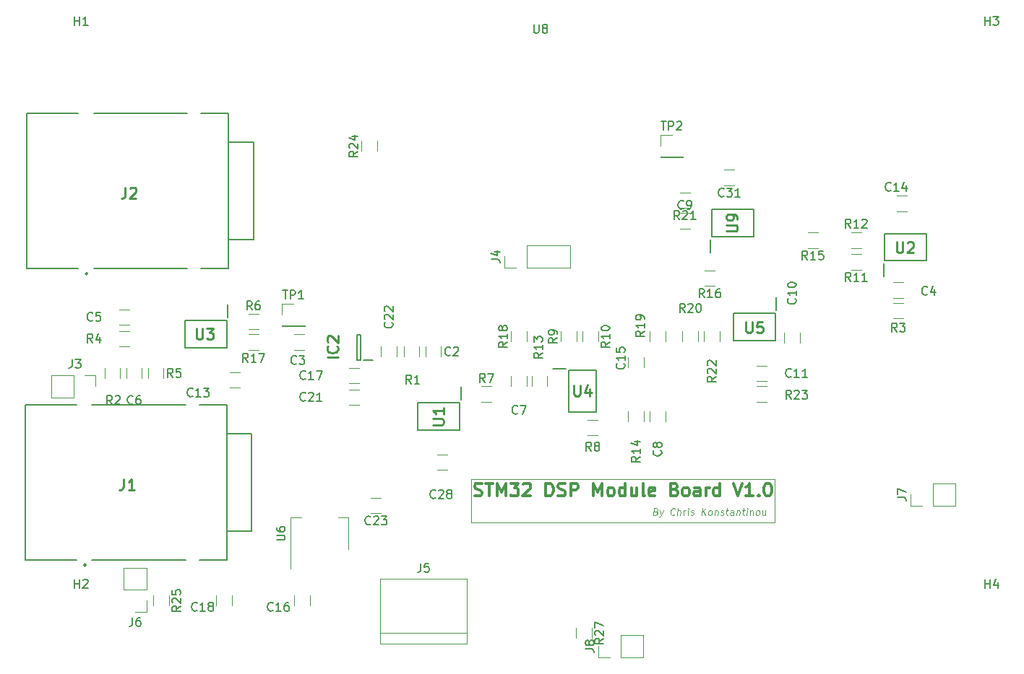
<source format=gto>
%TF.GenerationSoftware,KiCad,Pcbnew,(5.1.0)-1*%
%TF.CreationDate,2022-07-09T20:49:55+03:00*%
%TF.ProjectId,octaver,6f637461-7665-4722-9e6b-696361645f70,rev?*%
%TF.SameCoordinates,Original*%
%TF.FileFunction,Legend,Top*%
%TF.FilePolarity,Positive*%
%FSLAX46Y46*%
G04 Gerber Fmt 4.6, Leading zero omitted, Abs format (unit mm)*
G04 Created by KiCad (PCBNEW (5.1.0)-1) date 2022-07-09 20:49:55*
%MOMM*%
%LPD*%
G04 APERTURE LIST*
%ADD10C,0.120000*%
%ADD11C,0.100000*%
%ADD12C,0.300000*%
%ADD13C,0.200000*%
%ADD14C,0.254000*%
%ADD15C,0.150000*%
G04 APERTURE END LIST*
D10*
X171450000Y-125730000D02*
X135890000Y-125730000D01*
X171450000Y-130810000D02*
X171450000Y-125730000D01*
X135890000Y-130810000D02*
X171450000Y-130810000D01*
X135890000Y-125730000D02*
X135890000Y-130810000D01*
D11*
X157518303Y-129482857D02*
X157627827Y-129520952D01*
X157661160Y-129559047D01*
X157689732Y-129635238D01*
X157675446Y-129749523D01*
X157627827Y-129825714D01*
X157584970Y-129863809D01*
X157504017Y-129901904D01*
X157199255Y-129901904D01*
X157299255Y-129101904D01*
X157565922Y-129101904D01*
X157637351Y-129140000D01*
X157670684Y-129178095D01*
X157699255Y-129254285D01*
X157689732Y-129330476D01*
X157642113Y-129406666D01*
X157599255Y-129444761D01*
X157518303Y-129482857D01*
X157251636Y-129482857D01*
X157989732Y-129368571D02*
X158113541Y-129901904D01*
X158370684Y-129368571D02*
X158113541Y-129901904D01*
X158013541Y-130092380D01*
X157970684Y-130130476D01*
X157889732Y-130168571D01*
X159684970Y-129825714D02*
X159642113Y-129863809D01*
X159523065Y-129901904D01*
X159446875Y-129901904D01*
X159337351Y-129863809D01*
X159270684Y-129787619D01*
X159242113Y-129711428D01*
X159223065Y-129559047D01*
X159237351Y-129444761D01*
X159294494Y-129292380D01*
X159342113Y-129216190D01*
X159427827Y-129140000D01*
X159546875Y-129101904D01*
X159623065Y-129101904D01*
X159732589Y-129140000D01*
X159765922Y-129178095D01*
X160018303Y-129901904D02*
X160118303Y-129101904D01*
X160361160Y-129901904D02*
X160413541Y-129482857D01*
X160384970Y-129406666D01*
X160313541Y-129368571D01*
X160199255Y-129368571D01*
X160118303Y-129406666D01*
X160075446Y-129444761D01*
X160742113Y-129901904D02*
X160808779Y-129368571D01*
X160789732Y-129520952D02*
X160837351Y-129444761D01*
X160880208Y-129406666D01*
X160961160Y-129368571D01*
X161037351Y-129368571D01*
X161237351Y-129901904D02*
X161304017Y-129368571D01*
X161337351Y-129101904D02*
X161294494Y-129140000D01*
X161327827Y-129178095D01*
X161370684Y-129140000D01*
X161337351Y-129101904D01*
X161327827Y-129178095D01*
X161584970Y-129863809D02*
X161656398Y-129901904D01*
X161808779Y-129901904D01*
X161889732Y-129863809D01*
X161937351Y-129787619D01*
X161942113Y-129749523D01*
X161913541Y-129673333D01*
X161842113Y-129635238D01*
X161727827Y-129635238D01*
X161656398Y-129597142D01*
X161627827Y-129520952D01*
X161632589Y-129482857D01*
X161680208Y-129406666D01*
X161761160Y-129368571D01*
X161875446Y-129368571D01*
X161946875Y-129406666D01*
X162875446Y-129901904D02*
X162975446Y-129101904D01*
X163332589Y-129901904D02*
X163046875Y-129444761D01*
X163432589Y-129101904D02*
X162918303Y-129559047D01*
X163789732Y-129901904D02*
X163718303Y-129863809D01*
X163684970Y-129825714D01*
X163656398Y-129749523D01*
X163684970Y-129520952D01*
X163732589Y-129444761D01*
X163775446Y-129406666D01*
X163856398Y-129368571D01*
X163970684Y-129368571D01*
X164042113Y-129406666D01*
X164075446Y-129444761D01*
X164104017Y-129520952D01*
X164075446Y-129749523D01*
X164027827Y-129825714D01*
X163984970Y-129863809D01*
X163904017Y-129901904D01*
X163789732Y-129901904D01*
X164465922Y-129368571D02*
X164399255Y-129901904D01*
X164456398Y-129444761D02*
X164499255Y-129406666D01*
X164580208Y-129368571D01*
X164694494Y-129368571D01*
X164765922Y-129406666D01*
X164794494Y-129482857D01*
X164742113Y-129901904D01*
X165089732Y-129863809D02*
X165161160Y-129901904D01*
X165313541Y-129901904D01*
X165394494Y-129863809D01*
X165442113Y-129787619D01*
X165446875Y-129749523D01*
X165418303Y-129673333D01*
X165346875Y-129635238D01*
X165232589Y-129635238D01*
X165161160Y-129597142D01*
X165132589Y-129520952D01*
X165137351Y-129482857D01*
X165184970Y-129406666D01*
X165265922Y-129368571D01*
X165380208Y-129368571D01*
X165451636Y-129406666D01*
X165723065Y-129368571D02*
X166027827Y-129368571D01*
X165870684Y-129101904D02*
X165784970Y-129787619D01*
X165813541Y-129863809D01*
X165884970Y-129901904D01*
X165961160Y-129901904D01*
X166570684Y-129901904D02*
X166623065Y-129482857D01*
X166594494Y-129406666D01*
X166523065Y-129368571D01*
X166370684Y-129368571D01*
X166289732Y-129406666D01*
X166575446Y-129863809D02*
X166494494Y-129901904D01*
X166304017Y-129901904D01*
X166232589Y-129863809D01*
X166204017Y-129787619D01*
X166213541Y-129711428D01*
X166261160Y-129635238D01*
X166342113Y-129597142D01*
X166532589Y-129597142D01*
X166613541Y-129559047D01*
X167018303Y-129368571D02*
X166951636Y-129901904D01*
X167008779Y-129444761D02*
X167051636Y-129406666D01*
X167132589Y-129368571D01*
X167246875Y-129368571D01*
X167318303Y-129406666D01*
X167346875Y-129482857D01*
X167294494Y-129901904D01*
X167627827Y-129368571D02*
X167932589Y-129368571D01*
X167775446Y-129101904D02*
X167689732Y-129787619D01*
X167718303Y-129863809D01*
X167789732Y-129901904D01*
X167865922Y-129901904D01*
X168132589Y-129901904D02*
X168199255Y-129368571D01*
X168232589Y-129101904D02*
X168189732Y-129140000D01*
X168223065Y-129178095D01*
X168265922Y-129140000D01*
X168232589Y-129101904D01*
X168223065Y-129178095D01*
X168580208Y-129368571D02*
X168513541Y-129901904D01*
X168570684Y-129444761D02*
X168613541Y-129406666D01*
X168694494Y-129368571D01*
X168808779Y-129368571D01*
X168880208Y-129406666D01*
X168908779Y-129482857D01*
X168856398Y-129901904D01*
X169351636Y-129901904D02*
X169280208Y-129863809D01*
X169246875Y-129825714D01*
X169218303Y-129749523D01*
X169246875Y-129520952D01*
X169294494Y-129444761D01*
X169337351Y-129406666D01*
X169418303Y-129368571D01*
X169532589Y-129368571D01*
X169604017Y-129406666D01*
X169637351Y-129444761D01*
X169665922Y-129520952D01*
X169637351Y-129749523D01*
X169589732Y-129825714D01*
X169546875Y-129863809D01*
X169465922Y-129901904D01*
X169351636Y-129901904D01*
X170370684Y-129368571D02*
X170304017Y-129901904D01*
X170027827Y-129368571D02*
X169975446Y-129787619D01*
X170004017Y-129863809D01*
X170075446Y-129901904D01*
X170189732Y-129901904D01*
X170270684Y-129863809D01*
X170313541Y-129825714D01*
D12*
X136277142Y-127607142D02*
X136491428Y-127678571D01*
X136848571Y-127678571D01*
X136991428Y-127607142D01*
X137062857Y-127535714D01*
X137134285Y-127392857D01*
X137134285Y-127250000D01*
X137062857Y-127107142D01*
X136991428Y-127035714D01*
X136848571Y-126964285D01*
X136562857Y-126892857D01*
X136420000Y-126821428D01*
X136348571Y-126750000D01*
X136277142Y-126607142D01*
X136277142Y-126464285D01*
X136348571Y-126321428D01*
X136420000Y-126250000D01*
X136562857Y-126178571D01*
X136920000Y-126178571D01*
X137134285Y-126250000D01*
X137562857Y-126178571D02*
X138420000Y-126178571D01*
X137991428Y-127678571D02*
X137991428Y-126178571D01*
X138920000Y-127678571D02*
X138920000Y-126178571D01*
X139420000Y-127250000D01*
X139920000Y-126178571D01*
X139920000Y-127678571D01*
X140491428Y-126178571D02*
X141420000Y-126178571D01*
X140920000Y-126750000D01*
X141134285Y-126750000D01*
X141277142Y-126821428D01*
X141348571Y-126892857D01*
X141420000Y-127035714D01*
X141420000Y-127392857D01*
X141348571Y-127535714D01*
X141277142Y-127607142D01*
X141134285Y-127678571D01*
X140705714Y-127678571D01*
X140562857Y-127607142D01*
X140491428Y-127535714D01*
X141991428Y-126321428D02*
X142062857Y-126250000D01*
X142205714Y-126178571D01*
X142562857Y-126178571D01*
X142705714Y-126250000D01*
X142777142Y-126321428D01*
X142848571Y-126464285D01*
X142848571Y-126607142D01*
X142777142Y-126821428D01*
X141920000Y-127678571D01*
X142848571Y-127678571D01*
X144634285Y-127678571D02*
X144634285Y-126178571D01*
X144991428Y-126178571D01*
X145205714Y-126250000D01*
X145348571Y-126392857D01*
X145420000Y-126535714D01*
X145491428Y-126821428D01*
X145491428Y-127035714D01*
X145420000Y-127321428D01*
X145348571Y-127464285D01*
X145205714Y-127607142D01*
X144991428Y-127678571D01*
X144634285Y-127678571D01*
X146062857Y-127607142D02*
X146277142Y-127678571D01*
X146634285Y-127678571D01*
X146777142Y-127607142D01*
X146848571Y-127535714D01*
X146920000Y-127392857D01*
X146920000Y-127250000D01*
X146848571Y-127107142D01*
X146777142Y-127035714D01*
X146634285Y-126964285D01*
X146348571Y-126892857D01*
X146205714Y-126821428D01*
X146134285Y-126750000D01*
X146062857Y-126607142D01*
X146062857Y-126464285D01*
X146134285Y-126321428D01*
X146205714Y-126250000D01*
X146348571Y-126178571D01*
X146705714Y-126178571D01*
X146920000Y-126250000D01*
X147562857Y-127678571D02*
X147562857Y-126178571D01*
X148134285Y-126178571D01*
X148277142Y-126250000D01*
X148348571Y-126321428D01*
X148420000Y-126464285D01*
X148420000Y-126678571D01*
X148348571Y-126821428D01*
X148277142Y-126892857D01*
X148134285Y-126964285D01*
X147562857Y-126964285D01*
X150205714Y-127678571D02*
X150205714Y-126178571D01*
X150705714Y-127250000D01*
X151205714Y-126178571D01*
X151205714Y-127678571D01*
X152134285Y-127678571D02*
X151991428Y-127607142D01*
X151920000Y-127535714D01*
X151848571Y-127392857D01*
X151848571Y-126964285D01*
X151920000Y-126821428D01*
X151991428Y-126750000D01*
X152134285Y-126678571D01*
X152348571Y-126678571D01*
X152491428Y-126750000D01*
X152562857Y-126821428D01*
X152634285Y-126964285D01*
X152634285Y-127392857D01*
X152562857Y-127535714D01*
X152491428Y-127607142D01*
X152348571Y-127678571D01*
X152134285Y-127678571D01*
X153920000Y-127678571D02*
X153920000Y-126178571D01*
X153920000Y-127607142D02*
X153777142Y-127678571D01*
X153491428Y-127678571D01*
X153348571Y-127607142D01*
X153277142Y-127535714D01*
X153205714Y-127392857D01*
X153205714Y-126964285D01*
X153277142Y-126821428D01*
X153348571Y-126750000D01*
X153491428Y-126678571D01*
X153777142Y-126678571D01*
X153920000Y-126750000D01*
X155277142Y-126678571D02*
X155277142Y-127678571D01*
X154634285Y-126678571D02*
X154634285Y-127464285D01*
X154705714Y-127607142D01*
X154848571Y-127678571D01*
X155062857Y-127678571D01*
X155205714Y-127607142D01*
X155277142Y-127535714D01*
X156205714Y-127678571D02*
X156062857Y-127607142D01*
X155991428Y-127464285D01*
X155991428Y-126178571D01*
X157348571Y-127607142D02*
X157205714Y-127678571D01*
X156920000Y-127678571D01*
X156777142Y-127607142D01*
X156705714Y-127464285D01*
X156705714Y-126892857D01*
X156777142Y-126750000D01*
X156920000Y-126678571D01*
X157205714Y-126678571D01*
X157348571Y-126750000D01*
X157420000Y-126892857D01*
X157420000Y-127035714D01*
X156705714Y-127178571D01*
X159705714Y-126892857D02*
X159920000Y-126964285D01*
X159991428Y-127035714D01*
X160062857Y-127178571D01*
X160062857Y-127392857D01*
X159991428Y-127535714D01*
X159920000Y-127607142D01*
X159777142Y-127678571D01*
X159205714Y-127678571D01*
X159205714Y-126178571D01*
X159705714Y-126178571D01*
X159848571Y-126250000D01*
X159920000Y-126321428D01*
X159991428Y-126464285D01*
X159991428Y-126607142D01*
X159920000Y-126750000D01*
X159848571Y-126821428D01*
X159705714Y-126892857D01*
X159205714Y-126892857D01*
X160920000Y-127678571D02*
X160777142Y-127607142D01*
X160705714Y-127535714D01*
X160634285Y-127392857D01*
X160634285Y-126964285D01*
X160705714Y-126821428D01*
X160777142Y-126750000D01*
X160920000Y-126678571D01*
X161134285Y-126678571D01*
X161277142Y-126750000D01*
X161348571Y-126821428D01*
X161420000Y-126964285D01*
X161420000Y-127392857D01*
X161348571Y-127535714D01*
X161277142Y-127607142D01*
X161134285Y-127678571D01*
X160920000Y-127678571D01*
X162705714Y-127678571D02*
X162705714Y-126892857D01*
X162634285Y-126750000D01*
X162491428Y-126678571D01*
X162205714Y-126678571D01*
X162062857Y-126750000D01*
X162705714Y-127607142D02*
X162562857Y-127678571D01*
X162205714Y-127678571D01*
X162062857Y-127607142D01*
X161991428Y-127464285D01*
X161991428Y-127321428D01*
X162062857Y-127178571D01*
X162205714Y-127107142D01*
X162562857Y-127107142D01*
X162705714Y-127035714D01*
X163420000Y-127678571D02*
X163420000Y-126678571D01*
X163420000Y-126964285D02*
X163491428Y-126821428D01*
X163562857Y-126750000D01*
X163705714Y-126678571D01*
X163848571Y-126678571D01*
X164991428Y-127678571D02*
X164991428Y-126178571D01*
X164991428Y-127607142D02*
X164848571Y-127678571D01*
X164562857Y-127678571D01*
X164420000Y-127607142D01*
X164348571Y-127535714D01*
X164277142Y-127392857D01*
X164277142Y-126964285D01*
X164348571Y-126821428D01*
X164420000Y-126750000D01*
X164562857Y-126678571D01*
X164848571Y-126678571D01*
X164991428Y-126750000D01*
X166634285Y-126178571D02*
X167134285Y-127678571D01*
X167634285Y-126178571D01*
X168920000Y-127678571D02*
X168062857Y-127678571D01*
X168491428Y-127678571D02*
X168491428Y-126178571D01*
X168348571Y-126392857D01*
X168205714Y-126535714D01*
X168062857Y-126607142D01*
X169562857Y-127535714D02*
X169634285Y-127607142D01*
X169562857Y-127678571D01*
X169491428Y-127607142D01*
X169562857Y-127535714D01*
X169562857Y-127678571D01*
X170562857Y-126178571D02*
X170705714Y-126178571D01*
X170848571Y-126250000D01*
X170920000Y-126321428D01*
X170991428Y-126464285D01*
X171062857Y-126750000D01*
X171062857Y-127107142D01*
X170991428Y-127392857D01*
X170920000Y-127535714D01*
X170848571Y-127607142D01*
X170705714Y-127678571D01*
X170562857Y-127678571D01*
X170420000Y-127607142D01*
X170348571Y-127535714D01*
X170277142Y-127392857D01*
X170205714Y-127107142D01*
X170205714Y-126750000D01*
X170277142Y-126464285D01*
X170348571Y-126321428D01*
X170420000Y-126250000D01*
X170562857Y-126178571D01*
D13*
%TO.C,U2*%
X184186200Y-101950800D02*
X184186200Y-100425800D01*
X189216200Y-100075800D02*
X184316200Y-100075800D01*
X189216200Y-96875800D02*
X189216200Y-100075800D01*
X184316200Y-96875800D02*
X189216200Y-96875800D01*
X184316200Y-100075800D02*
X184316200Y-96875800D01*
%TO.C,U9*%
X164047000Y-97231000D02*
X164047000Y-94031000D01*
X164047000Y-94031000D02*
X168947000Y-94031000D01*
X168947000Y-94031000D02*
X168947000Y-97231000D01*
X168947000Y-97231000D02*
X164047000Y-97231000D01*
X163917000Y-99106000D02*
X163917000Y-97581000D01*
%TO.C,U5*%
X171617000Y-104348000D02*
X171617000Y-105873000D01*
X166587000Y-106223000D02*
X171487000Y-106223000D01*
X166587000Y-109423000D02*
X166587000Y-106223000D01*
X171487000Y-109423000D02*
X166587000Y-109423000D01*
X171487000Y-106223000D02*
X171487000Y-109423000D01*
%TO.C,U4*%
X147294800Y-112916800D02*
X150494800Y-112916800D01*
X150494800Y-112916800D02*
X150494800Y-117816800D01*
X150494800Y-117816800D02*
X147294800Y-117816800D01*
X147294800Y-117816800D02*
X147294800Y-112916800D01*
X145419800Y-112786800D02*
X146944800Y-112786800D01*
%TO.C,U3*%
X107225000Y-107112000D02*
X107225000Y-110312000D01*
X107225000Y-110312000D02*
X102325000Y-110312000D01*
X102325000Y-110312000D02*
X102325000Y-107112000D01*
X102325000Y-107112000D02*
X107225000Y-107112000D01*
X107355000Y-105237000D02*
X107355000Y-106762000D01*
%TO.C,U1*%
X134530000Y-116764000D02*
X134530000Y-119964000D01*
X134530000Y-119964000D02*
X129630000Y-119964000D01*
X129630000Y-119964000D02*
X129630000Y-116764000D01*
X129630000Y-116764000D02*
X134530000Y-116764000D01*
X134660000Y-114889000D02*
X134660000Y-116414000D01*
D10*
%TO.C,U6*%
X114700000Y-136180000D02*
X114700000Y-130170000D01*
X121520000Y-133930000D02*
X121520000Y-130170000D01*
X114700000Y-130170000D02*
X115960000Y-130170000D01*
X121520000Y-130170000D02*
X120260000Y-130170000D01*
%TO.C,J5*%
X125222000Y-145034000D02*
X135382000Y-145034000D01*
X125222000Y-137414000D02*
X125222000Y-145034000D01*
X135382000Y-137414000D02*
X125222000Y-137414000D01*
X135382000Y-145034000D02*
X135382000Y-137414000D01*
X135382000Y-143764000D02*
X125222000Y-143764000D01*
D13*
%TO.C,IC2*%
X124332000Y-111736000D02*
X123232000Y-111736000D01*
X122882000Y-108776000D02*
X122882000Y-111696000D01*
X122482000Y-108776000D02*
X122882000Y-108776000D01*
X122482000Y-111696000D02*
X122482000Y-108776000D01*
X122882000Y-111696000D02*
X122482000Y-111696000D01*
%TO.C,J1*%
X90767140Y-135781600D02*
G75*
G03X90767140Y-135781600I-143340J0D01*
G01*
X107238800Y-135185600D02*
X104046800Y-135185600D01*
X107238800Y-116985600D02*
X104046800Y-116985600D01*
X91438800Y-135185600D02*
X102438800Y-135185600D01*
X91438800Y-116985600D02*
X102438800Y-116985600D01*
X83628800Y-135185600D02*
X89617800Y-135185600D01*
X83628800Y-116985600D02*
X89617800Y-116985600D01*
X110158800Y-120385600D02*
X107244800Y-120385600D01*
X110158800Y-131785600D02*
X110158800Y-120385600D01*
X107314800Y-131785600D02*
X110158800Y-131785600D01*
X107238800Y-116985600D02*
X107238800Y-135185600D01*
X83628800Y-135185600D02*
X83628800Y-116985600D01*
%TO.C,J2*%
X83832000Y-100997200D02*
X83832000Y-82797200D01*
X107442000Y-82797200D02*
X107442000Y-100997200D01*
X107518000Y-97597200D02*
X110362000Y-97597200D01*
X110362000Y-97597200D02*
X110362000Y-86197200D01*
X110362000Y-86197200D02*
X107448000Y-86197200D01*
X83832000Y-82797200D02*
X89821000Y-82797200D01*
X83832000Y-100997200D02*
X89821000Y-100997200D01*
X91642000Y-82797200D02*
X102642000Y-82797200D01*
X91642000Y-100997200D02*
X102642000Y-100997200D01*
X107442000Y-82797200D02*
X104250000Y-82797200D01*
X107442000Y-100997200D02*
X104250000Y-100997200D01*
X90970340Y-101593200D02*
G75*
G03X90970340Y-101593200I-143340J0D01*
G01*
D10*
%TO.C,J3*%
X86668300Y-113478000D02*
X86668300Y-116138000D01*
X89268300Y-113478000D02*
X86668300Y-113478000D01*
X89268300Y-116138000D02*
X86668300Y-116138000D01*
X89268300Y-113478000D02*
X89268300Y-116138000D01*
X90538300Y-113478000D02*
X91868300Y-113478000D01*
X91868300Y-113478000D02*
X91868300Y-114808000D01*
%TO.C,J4*%
X139767000Y-100898000D02*
X139767000Y-99568000D01*
X141097000Y-100898000D02*
X139767000Y-100898000D01*
X142367000Y-100898000D02*
X142367000Y-98238000D01*
X142367000Y-98238000D02*
X147507000Y-98238000D01*
X142367000Y-100898000D02*
X147507000Y-100898000D01*
X147507000Y-100898000D02*
X147507000Y-98238000D01*
%TO.C,TP1*%
X113732000Y-107756000D02*
X116392000Y-107756000D01*
X113732000Y-107696000D02*
X113732000Y-107756000D01*
X116392000Y-107696000D02*
X116392000Y-107756000D01*
X113732000Y-107696000D02*
X116392000Y-107696000D01*
X113732000Y-106426000D02*
X113732000Y-105096000D01*
X113732000Y-105096000D02*
X115062000Y-105096000D01*
%TO.C,TP2*%
X158055000Y-85284000D02*
X159385000Y-85284000D01*
X158055000Y-86614000D02*
X158055000Y-85284000D01*
X158055000Y-87884000D02*
X160715000Y-87884000D01*
X160715000Y-87884000D02*
X160715000Y-87944000D01*
X158055000Y-87884000D02*
X158055000Y-87944000D01*
X158055000Y-87944000D02*
X160715000Y-87944000D01*
%TO.C,C2*%
X130535000Y-111346064D02*
X130535000Y-110141936D01*
X132355000Y-111346064D02*
X132355000Y-110141936D01*
%TO.C,C3*%
X116299064Y-108691000D02*
X115094936Y-108691000D01*
X116299064Y-110511000D02*
X115094936Y-110511000D01*
%TO.C,C4*%
X185325936Y-104415000D02*
X186530064Y-104415000D01*
X185325936Y-102595000D02*
X186530064Y-102595000D01*
%TO.C,C5*%
X95852064Y-107590000D02*
X94647936Y-107590000D01*
X95852064Y-105770000D02*
X94647936Y-105770000D01*
%TO.C,C6*%
X95483000Y-113886064D02*
X95483000Y-112681936D01*
X97303000Y-113886064D02*
X97303000Y-112681936D01*
%TO.C,C7*%
X140568000Y-113570936D02*
X140568000Y-114775064D01*
X142388000Y-113570936D02*
X142388000Y-114775064D01*
%TO.C,C8*%
X158644000Y-117761936D02*
X158644000Y-118966064D01*
X156824000Y-117761936D02*
X156824000Y-118966064D01*
%TO.C,C9*%
X160306936Y-96287000D02*
X161511064Y-96287000D01*
X160306936Y-94467000D02*
X161511064Y-94467000D01*
%TO.C,C10*%
X174392000Y-108490936D02*
X174392000Y-109695064D01*
X172572000Y-108490936D02*
X172572000Y-109695064D01*
%TO.C,C11*%
X170528064Y-112374000D02*
X169323936Y-112374000D01*
X170528064Y-114194000D02*
X169323936Y-114194000D01*
%TO.C,C13*%
X108806064Y-113136000D02*
X107601936Y-113136000D01*
X108806064Y-114956000D02*
X107601936Y-114956000D01*
%TO.C,C14*%
X186911064Y-92435000D02*
X185706936Y-92435000D01*
X186911064Y-94255000D02*
X185706936Y-94255000D01*
%TO.C,C15*%
X154284000Y-111411936D02*
X154284000Y-112616064D01*
X156104000Y-111411936D02*
X156104000Y-112616064D01*
%TO.C,C16*%
X115168000Y-140556064D02*
X115168000Y-139351936D01*
X116988000Y-140556064D02*
X116988000Y-139351936D01*
%TO.C,C17*%
X121571936Y-114448000D02*
X122776064Y-114448000D01*
X121571936Y-112628000D02*
X122776064Y-112628000D01*
%TO.C,C18*%
X106024000Y-140556064D02*
X106024000Y-139351936D01*
X107844000Y-140556064D02*
X107844000Y-139351936D01*
%TO.C,C21*%
X121571936Y-115168000D02*
X122776064Y-115168000D01*
X121571936Y-116988000D02*
X122776064Y-116988000D01*
%TO.C,C22*%
X125328000Y-111346064D02*
X125328000Y-110141936D01*
X127148000Y-111346064D02*
X127148000Y-110141936D01*
%TO.C,C23*%
X125316064Y-127868000D02*
X124111936Y-127868000D01*
X125316064Y-129688000D02*
X124111936Y-129688000D01*
%TO.C,C28*%
X131858936Y-122788000D02*
X133063064Y-122788000D01*
X131858936Y-124608000D02*
X133063064Y-124608000D01*
%TO.C,R1*%
X129815000Y-110141936D02*
X129815000Y-111346064D01*
X127995000Y-110141936D02*
X127995000Y-111346064D01*
%TO.C,R2*%
X94763000Y-113886064D02*
X94763000Y-112681936D01*
X92943000Y-113886064D02*
X92943000Y-112681936D01*
%TO.C,R3*%
X185325936Y-106828000D02*
X186530064Y-106828000D01*
X185325936Y-105008000D02*
X186530064Y-105008000D01*
%TO.C,R4*%
X94647936Y-110130000D02*
X95852064Y-110130000D01*
X94647936Y-108310000D02*
X95852064Y-108310000D01*
%TO.C,R5*%
X99843000Y-112681936D02*
X99843000Y-113886064D01*
X98023000Y-112681936D02*
X98023000Y-113886064D01*
%TO.C,R6*%
X109760936Y-106278000D02*
X110965064Y-106278000D01*
X109760936Y-108098000D02*
X110965064Y-108098000D01*
%TO.C,R7*%
X137065936Y-116607000D02*
X138270064Y-116607000D01*
X137065936Y-114787000D02*
X138270064Y-114787000D01*
%TO.C,R8*%
X149511936Y-118724000D02*
X150716064Y-118724000D01*
X149511936Y-120544000D02*
X150716064Y-120544000D01*
%TO.C,R9*%
X148230000Y-109568064D02*
X148230000Y-108363936D01*
X146410000Y-109568064D02*
X146410000Y-108363936D01*
%TO.C,R10*%
X150770000Y-109568064D02*
X150770000Y-108363936D01*
X148950000Y-109568064D02*
X148950000Y-108363936D01*
%TO.C,R11*%
X181577064Y-99293000D02*
X180372936Y-99293000D01*
X181577064Y-101113000D02*
X180372936Y-101113000D01*
%TO.C,R12*%
X181577064Y-96753000D02*
X180372936Y-96753000D01*
X181577064Y-98573000D02*
X180372936Y-98573000D01*
%TO.C,R13*%
X144801000Y-114775064D02*
X144801000Y-113570936D01*
X142981000Y-114775064D02*
X142981000Y-113570936D01*
%TO.C,R14*%
X154284000Y-118966064D02*
X154284000Y-117761936D01*
X156104000Y-118966064D02*
X156104000Y-117761936D01*
%TO.C,R15*%
X176497064Y-98573000D02*
X175292936Y-98573000D01*
X176497064Y-96753000D02*
X175292936Y-96753000D01*
%TO.C,R16*%
X164432064Y-101198000D02*
X163227936Y-101198000D01*
X164432064Y-103018000D02*
X163227936Y-103018000D01*
%TO.C,R17*%
X109760936Y-108691000D02*
X110965064Y-108691000D01*
X109760936Y-110511000D02*
X110965064Y-110511000D01*
%TO.C,R18*%
X140568000Y-109568064D02*
X140568000Y-108363936D01*
X142388000Y-109568064D02*
X142388000Y-108363936D01*
%TO.C,R19*%
X156824000Y-109568064D02*
X156824000Y-108363936D01*
X158644000Y-109568064D02*
X158644000Y-108363936D01*
%TO.C,R20*%
X160634000Y-108363936D02*
X160634000Y-109568064D01*
X162454000Y-108363936D02*
X162454000Y-109568064D01*
%TO.C,R21*%
X161511064Y-93874000D02*
X160306936Y-93874000D01*
X161511064Y-92054000D02*
X160306936Y-92054000D01*
%TO.C,R22*%
X164994000Y-109568064D02*
X164994000Y-108363936D01*
X163174000Y-109568064D02*
X163174000Y-108363936D01*
%TO.C,R23*%
X169323936Y-114787000D02*
X170528064Y-114787000D01*
X169323936Y-116607000D02*
X170528064Y-116607000D01*
%TO.C,R24*%
X123042000Y-87216064D02*
X123042000Y-86011936D01*
X124862000Y-87216064D02*
X124862000Y-86011936D01*
%TO.C,C31*%
X166718064Y-91207000D02*
X165513936Y-91207000D01*
X166718064Y-89387000D02*
X165513936Y-89387000D01*
%TO.C,J6*%
X97850000Y-136084000D02*
X95190000Y-136084000D01*
X97850000Y-138684000D02*
X97850000Y-136084000D01*
X95190000Y-138684000D02*
X95190000Y-136084000D01*
X97850000Y-138684000D02*
X95190000Y-138684000D01*
X97850000Y-139954000D02*
X97850000Y-141284000D01*
X97850000Y-141284000D02*
X96520000Y-141284000D01*
%TO.C,J7*%
X192592000Y-128838000D02*
X192592000Y-126178000D01*
X189992000Y-128838000D02*
X192592000Y-128838000D01*
X189992000Y-126178000D02*
X192592000Y-126178000D01*
X189992000Y-128838000D02*
X189992000Y-126178000D01*
X188722000Y-128838000D02*
X187392000Y-128838000D01*
X187392000Y-128838000D02*
X187392000Y-127508000D01*
%TO.C,J8*%
X150816000Y-146618000D02*
X150816000Y-145288000D01*
X152146000Y-146618000D02*
X150816000Y-146618000D01*
X153416000Y-146618000D02*
X153416000Y-143958000D01*
X153416000Y-143958000D02*
X156016000Y-143958000D01*
X153416000Y-146618000D02*
X156016000Y-146618000D01*
X156016000Y-146618000D02*
X156016000Y-143958000D01*
%TO.C,R25*%
X100478000Y-139351936D02*
X100478000Y-140556064D01*
X98658000Y-139351936D02*
X98658000Y-140556064D01*
%TO.C,R27*%
X148188000Y-143161936D02*
X148188000Y-144366064D01*
X150008000Y-143161936D02*
X150008000Y-144366064D01*
%TO.C,U2*%
D14*
X185722380Y-97856523D02*
X185722380Y-98884619D01*
X185782857Y-99005571D01*
X185843333Y-99066047D01*
X185964285Y-99126523D01*
X186206190Y-99126523D01*
X186327142Y-99066047D01*
X186387619Y-99005571D01*
X186448095Y-98884619D01*
X186448095Y-97856523D01*
X186992380Y-97977476D02*
X187052857Y-97917000D01*
X187173809Y-97856523D01*
X187476190Y-97856523D01*
X187597142Y-97917000D01*
X187657619Y-97977476D01*
X187718095Y-98098428D01*
X187718095Y-98219380D01*
X187657619Y-98400809D01*
X186931904Y-99126523D01*
X187718095Y-99126523D01*
%TO.C,U9*%
X165801523Y-96598619D02*
X166829619Y-96598619D01*
X166950571Y-96538142D01*
X167011047Y-96477666D01*
X167071523Y-96356714D01*
X167071523Y-96114809D01*
X167011047Y-95993857D01*
X166950571Y-95933380D01*
X166829619Y-95872904D01*
X165801523Y-95872904D01*
X167071523Y-95207666D02*
X167071523Y-94965761D01*
X167011047Y-94844809D01*
X166950571Y-94784333D01*
X166769142Y-94663380D01*
X166527238Y-94602904D01*
X166043428Y-94602904D01*
X165922476Y-94663380D01*
X165862000Y-94723857D01*
X165801523Y-94844809D01*
X165801523Y-95086714D01*
X165862000Y-95207666D01*
X165922476Y-95268142D01*
X166043428Y-95328619D01*
X166345809Y-95328619D01*
X166466761Y-95268142D01*
X166527238Y-95207666D01*
X166587714Y-95086714D01*
X166587714Y-94844809D01*
X166527238Y-94723857D01*
X166466761Y-94663380D01*
X166345809Y-94602904D01*
%TO.C,U5*%
X168069380Y-107254523D02*
X168069380Y-108282619D01*
X168129857Y-108403571D01*
X168190333Y-108464047D01*
X168311285Y-108524523D01*
X168553190Y-108524523D01*
X168674142Y-108464047D01*
X168734619Y-108403571D01*
X168795095Y-108282619D01*
X168795095Y-107254523D01*
X170004619Y-107254523D02*
X169399857Y-107254523D01*
X169339380Y-107859285D01*
X169399857Y-107798809D01*
X169520809Y-107738333D01*
X169823190Y-107738333D01*
X169944142Y-107798809D01*
X170004619Y-107859285D01*
X170065095Y-107980238D01*
X170065095Y-108282619D01*
X170004619Y-108403571D01*
X169944142Y-108464047D01*
X169823190Y-108524523D01*
X169520809Y-108524523D01*
X169399857Y-108464047D01*
X169339380Y-108403571D01*
%TO.C,U4*%
X147927180Y-114671323D02*
X147927180Y-115699419D01*
X147987657Y-115820371D01*
X148048133Y-115880847D01*
X148169085Y-115941323D01*
X148410990Y-115941323D01*
X148531942Y-115880847D01*
X148592419Y-115820371D01*
X148652895Y-115699419D01*
X148652895Y-114671323D01*
X149801942Y-115094657D02*
X149801942Y-115941323D01*
X149499561Y-114610847D02*
X149197180Y-115517990D01*
X149983371Y-115517990D01*
%TO.C,U3*%
X103680380Y-108016523D02*
X103680380Y-109044619D01*
X103740857Y-109165571D01*
X103801333Y-109226047D01*
X103922285Y-109286523D01*
X104164190Y-109286523D01*
X104285142Y-109226047D01*
X104345619Y-109165571D01*
X104406095Y-109044619D01*
X104406095Y-108016523D01*
X104889904Y-108016523D02*
X105676095Y-108016523D01*
X105252761Y-108500333D01*
X105434190Y-108500333D01*
X105555142Y-108560809D01*
X105615619Y-108621285D01*
X105676095Y-108742238D01*
X105676095Y-109044619D01*
X105615619Y-109165571D01*
X105555142Y-109226047D01*
X105434190Y-109286523D01*
X105071333Y-109286523D01*
X104950380Y-109226047D01*
X104889904Y-109165571D01*
%TO.C,U1*%
X131384523Y-119331619D02*
X132412619Y-119331619D01*
X132533571Y-119271142D01*
X132594047Y-119210666D01*
X132654523Y-119089714D01*
X132654523Y-118847809D01*
X132594047Y-118726857D01*
X132533571Y-118666380D01*
X132412619Y-118605904D01*
X131384523Y-118605904D01*
X132654523Y-117335904D02*
X132654523Y-118061619D01*
X132654523Y-117698761D02*
X131384523Y-117698761D01*
X131565952Y-117819714D01*
X131686904Y-117940666D01*
X131747380Y-118061619D01*
%TO.C,U8*%
D15*
X143230695Y-72350380D02*
X143230695Y-73159904D01*
X143278314Y-73255142D01*
X143325933Y-73302761D01*
X143421171Y-73350380D01*
X143611647Y-73350380D01*
X143706885Y-73302761D01*
X143754504Y-73255142D01*
X143802123Y-73159904D01*
X143802123Y-72350380D01*
X144421171Y-72778952D02*
X144325933Y-72731333D01*
X144278314Y-72683714D01*
X144230695Y-72588476D01*
X144230695Y-72540857D01*
X144278314Y-72445619D01*
X144325933Y-72398000D01*
X144421171Y-72350380D01*
X144611647Y-72350380D01*
X144706885Y-72398000D01*
X144754504Y-72445619D01*
X144802123Y-72540857D01*
X144802123Y-72588476D01*
X144754504Y-72683714D01*
X144706885Y-72731333D01*
X144611647Y-72778952D01*
X144421171Y-72778952D01*
X144325933Y-72826571D01*
X144278314Y-72874190D01*
X144230695Y-72969428D01*
X144230695Y-73159904D01*
X144278314Y-73255142D01*
X144325933Y-73302761D01*
X144421171Y-73350380D01*
X144611647Y-73350380D01*
X144706885Y-73302761D01*
X144754504Y-73255142D01*
X144802123Y-73159904D01*
X144802123Y-72969428D01*
X144754504Y-72874190D01*
X144706885Y-72826571D01*
X144611647Y-72778952D01*
%TO.C,U6*%
X113062380Y-132841904D02*
X113871904Y-132841904D01*
X113967142Y-132794285D01*
X114014761Y-132746666D01*
X114062380Y-132651428D01*
X114062380Y-132460952D01*
X114014761Y-132365714D01*
X113967142Y-132318095D01*
X113871904Y-132270476D01*
X113062380Y-132270476D01*
X113062380Y-131365714D02*
X113062380Y-131556190D01*
X113110000Y-131651428D01*
X113157619Y-131699047D01*
X113300476Y-131794285D01*
X113490952Y-131841904D01*
X113871904Y-131841904D01*
X113967142Y-131794285D01*
X114014761Y-131746666D01*
X114062380Y-131651428D01*
X114062380Y-131460952D01*
X114014761Y-131365714D01*
X113967142Y-131318095D01*
X113871904Y-131270476D01*
X113633809Y-131270476D01*
X113538571Y-131318095D01*
X113490952Y-131365714D01*
X113443333Y-131460952D01*
X113443333Y-131651428D01*
X113490952Y-131746666D01*
X113538571Y-131794285D01*
X113633809Y-131841904D01*
%TO.C,J5*%
X129968666Y-135596380D02*
X129968666Y-136310666D01*
X129921047Y-136453523D01*
X129825809Y-136548761D01*
X129682952Y-136596380D01*
X129587714Y-136596380D01*
X130921047Y-135596380D02*
X130444857Y-135596380D01*
X130397238Y-136072571D01*
X130444857Y-136024952D01*
X130540095Y-135977333D01*
X130778190Y-135977333D01*
X130873428Y-136024952D01*
X130921047Y-136072571D01*
X130968666Y-136167809D01*
X130968666Y-136405904D01*
X130921047Y-136501142D01*
X130873428Y-136548761D01*
X130778190Y-136596380D01*
X130540095Y-136596380D01*
X130444857Y-136548761D01*
X130397238Y-136501142D01*
%TO.C,IC2*%
D14*
X120259323Y-111424961D02*
X118989323Y-111424961D01*
X120138371Y-110094485D02*
X120198847Y-110154961D01*
X120259323Y-110336390D01*
X120259323Y-110457342D01*
X120198847Y-110638771D01*
X120077895Y-110759723D01*
X119956942Y-110820200D01*
X119715038Y-110880676D01*
X119533609Y-110880676D01*
X119291704Y-110820200D01*
X119170752Y-110759723D01*
X119049800Y-110638771D01*
X118989323Y-110457342D01*
X118989323Y-110336390D01*
X119049800Y-110154961D01*
X119110276Y-110094485D01*
X119110276Y-109610676D02*
X119049800Y-109550200D01*
X118989323Y-109429247D01*
X118989323Y-109126866D01*
X119049800Y-109005914D01*
X119110276Y-108945438D01*
X119231228Y-108884961D01*
X119352180Y-108884961D01*
X119533609Y-108945438D01*
X120259323Y-109671152D01*
X120259323Y-108884961D01*
%TO.C,H4*%
D15*
X196088095Y-138462380D02*
X196088095Y-137462380D01*
X196088095Y-137938571D02*
X196659523Y-137938571D01*
X196659523Y-138462380D02*
X196659523Y-137462380D01*
X197564285Y-137795714D02*
X197564285Y-138462380D01*
X197326190Y-137414761D02*
X197088095Y-138129047D01*
X197707142Y-138129047D01*
%TO.C,H3*%
X196088095Y-72422380D02*
X196088095Y-71422380D01*
X196088095Y-71898571D02*
X196659523Y-71898571D01*
X196659523Y-72422380D02*
X196659523Y-71422380D01*
X197040476Y-71422380D02*
X197659523Y-71422380D01*
X197326190Y-71803333D01*
X197469047Y-71803333D01*
X197564285Y-71850952D01*
X197611904Y-71898571D01*
X197659523Y-71993809D01*
X197659523Y-72231904D01*
X197611904Y-72327142D01*
X197564285Y-72374761D01*
X197469047Y-72422380D01*
X197183333Y-72422380D01*
X197088095Y-72374761D01*
X197040476Y-72327142D01*
%TO.C,H2*%
X89408095Y-138462380D02*
X89408095Y-137462380D01*
X89408095Y-137938571D02*
X89979523Y-137938571D01*
X89979523Y-138462380D02*
X89979523Y-137462380D01*
X90408095Y-137557619D02*
X90455714Y-137510000D01*
X90550952Y-137462380D01*
X90789047Y-137462380D01*
X90884285Y-137510000D01*
X90931904Y-137557619D01*
X90979523Y-137652857D01*
X90979523Y-137748095D01*
X90931904Y-137890952D01*
X90360476Y-138462380D01*
X90979523Y-138462380D01*
%TO.C,H1*%
X89408095Y-72422380D02*
X89408095Y-71422380D01*
X89408095Y-71898571D02*
X89979523Y-71898571D01*
X89979523Y-72422380D02*
X89979523Y-71422380D01*
X90979523Y-72422380D02*
X90408095Y-72422380D01*
X90693809Y-72422380D02*
X90693809Y-71422380D01*
X90598571Y-71565238D01*
X90503333Y-71660476D01*
X90408095Y-71708095D01*
%TO.C,J1*%
D14*
X95156466Y-125661123D02*
X95156466Y-126568266D01*
X95095990Y-126749695D01*
X94975038Y-126870647D01*
X94793609Y-126931123D01*
X94672657Y-126931123D01*
X96426466Y-126931123D02*
X95700752Y-126931123D01*
X96063609Y-126931123D02*
X96063609Y-125661123D01*
X95942657Y-125842552D01*
X95821704Y-125963504D01*
X95700752Y-126023980D01*
%TO.C,J2*%
X95359666Y-91472723D02*
X95359666Y-92379866D01*
X95299190Y-92561295D01*
X95178238Y-92682247D01*
X94996809Y-92742723D01*
X94875857Y-92742723D01*
X95903952Y-91593676D02*
X95964428Y-91533200D01*
X96085380Y-91472723D01*
X96387761Y-91472723D01*
X96508714Y-91533200D01*
X96569190Y-91593676D01*
X96629666Y-91714628D01*
X96629666Y-91835580D01*
X96569190Y-92017009D01*
X95843476Y-92742723D01*
X96629666Y-92742723D01*
%TO.C,J3*%
D15*
X89125466Y-111656880D02*
X89125466Y-112371166D01*
X89077847Y-112514023D01*
X88982609Y-112609261D01*
X88839752Y-112656880D01*
X88744514Y-112656880D01*
X89506419Y-111656880D02*
X90125466Y-111656880D01*
X89792133Y-112037833D01*
X89934990Y-112037833D01*
X90030228Y-112085452D01*
X90077847Y-112133071D01*
X90125466Y-112228309D01*
X90125466Y-112466404D01*
X90077847Y-112561642D01*
X90030228Y-112609261D01*
X89934990Y-112656880D01*
X89649276Y-112656880D01*
X89554038Y-112609261D01*
X89506419Y-112561642D01*
%TO.C,J4*%
X138219380Y-99901333D02*
X138933666Y-99901333D01*
X139076523Y-99948952D01*
X139171761Y-100044190D01*
X139219380Y-100187047D01*
X139219380Y-100282285D01*
X138552714Y-98996571D02*
X139219380Y-98996571D01*
X138171761Y-99234666D02*
X138886047Y-99472761D01*
X138886047Y-98853714D01*
%TO.C,TP1*%
X113800095Y-103548380D02*
X114371523Y-103548380D01*
X114085809Y-104548380D02*
X114085809Y-103548380D01*
X114704857Y-104548380D02*
X114704857Y-103548380D01*
X115085809Y-103548380D01*
X115181047Y-103596000D01*
X115228666Y-103643619D01*
X115276285Y-103738857D01*
X115276285Y-103881714D01*
X115228666Y-103976952D01*
X115181047Y-104024571D01*
X115085809Y-104072190D01*
X114704857Y-104072190D01*
X116228666Y-104548380D02*
X115657238Y-104548380D01*
X115942952Y-104548380D02*
X115942952Y-103548380D01*
X115847714Y-103691238D01*
X115752476Y-103786476D01*
X115657238Y-103834095D01*
%TO.C,TP2*%
X158123095Y-83736380D02*
X158694523Y-83736380D01*
X158408809Y-84736380D02*
X158408809Y-83736380D01*
X159027857Y-84736380D02*
X159027857Y-83736380D01*
X159408809Y-83736380D01*
X159504047Y-83784000D01*
X159551666Y-83831619D01*
X159599285Y-83926857D01*
X159599285Y-84069714D01*
X159551666Y-84164952D01*
X159504047Y-84212571D01*
X159408809Y-84260190D01*
X159027857Y-84260190D01*
X159980238Y-83831619D02*
X160027857Y-83784000D01*
X160123095Y-83736380D01*
X160361190Y-83736380D01*
X160456428Y-83784000D01*
X160504047Y-83831619D01*
X160551666Y-83926857D01*
X160551666Y-84022095D01*
X160504047Y-84164952D01*
X159932619Y-84736380D01*
X160551666Y-84736380D01*
%TO.C,C2*%
X133437333Y-111101142D02*
X133389714Y-111148761D01*
X133246857Y-111196380D01*
X133151619Y-111196380D01*
X133008761Y-111148761D01*
X132913523Y-111053523D01*
X132865904Y-110958285D01*
X132818285Y-110767809D01*
X132818285Y-110624952D01*
X132865904Y-110434476D01*
X132913523Y-110339238D01*
X133008761Y-110244000D01*
X133151619Y-110196380D01*
X133246857Y-110196380D01*
X133389714Y-110244000D01*
X133437333Y-110291619D01*
X133818285Y-110291619D02*
X133865904Y-110244000D01*
X133961142Y-110196380D01*
X134199238Y-110196380D01*
X134294476Y-110244000D01*
X134342095Y-110291619D01*
X134389714Y-110386857D01*
X134389714Y-110482095D01*
X134342095Y-110624952D01*
X133770666Y-111196380D01*
X134389714Y-111196380D01*
%TO.C,C3*%
X115403333Y-112117142D02*
X115355714Y-112164761D01*
X115212857Y-112212380D01*
X115117619Y-112212380D01*
X114974761Y-112164761D01*
X114879523Y-112069523D01*
X114831904Y-111974285D01*
X114784285Y-111783809D01*
X114784285Y-111640952D01*
X114831904Y-111450476D01*
X114879523Y-111355238D01*
X114974761Y-111260000D01*
X115117619Y-111212380D01*
X115212857Y-111212380D01*
X115355714Y-111260000D01*
X115403333Y-111307619D01*
X115736666Y-111212380D02*
X116355714Y-111212380D01*
X116022380Y-111593333D01*
X116165238Y-111593333D01*
X116260476Y-111640952D01*
X116308095Y-111688571D01*
X116355714Y-111783809D01*
X116355714Y-112021904D01*
X116308095Y-112117142D01*
X116260476Y-112164761D01*
X116165238Y-112212380D01*
X115879523Y-112212380D01*
X115784285Y-112164761D01*
X115736666Y-112117142D01*
%TO.C,C4*%
X189317333Y-103989142D02*
X189269714Y-104036761D01*
X189126857Y-104084380D01*
X189031619Y-104084380D01*
X188888761Y-104036761D01*
X188793523Y-103941523D01*
X188745904Y-103846285D01*
X188698285Y-103655809D01*
X188698285Y-103512952D01*
X188745904Y-103322476D01*
X188793523Y-103227238D01*
X188888761Y-103132000D01*
X189031619Y-103084380D01*
X189126857Y-103084380D01*
X189269714Y-103132000D01*
X189317333Y-103179619D01*
X190174476Y-103417714D02*
X190174476Y-104084380D01*
X189936380Y-103036761D02*
X189698285Y-103751047D01*
X190317333Y-103751047D01*
%TO.C,C5*%
X91527333Y-107037142D02*
X91479714Y-107084761D01*
X91336857Y-107132380D01*
X91241619Y-107132380D01*
X91098761Y-107084761D01*
X91003523Y-106989523D01*
X90955904Y-106894285D01*
X90908285Y-106703809D01*
X90908285Y-106560952D01*
X90955904Y-106370476D01*
X91003523Y-106275238D01*
X91098761Y-106180000D01*
X91241619Y-106132380D01*
X91336857Y-106132380D01*
X91479714Y-106180000D01*
X91527333Y-106227619D01*
X92432095Y-106132380D02*
X91955904Y-106132380D01*
X91908285Y-106608571D01*
X91955904Y-106560952D01*
X92051142Y-106513333D01*
X92289238Y-106513333D01*
X92384476Y-106560952D01*
X92432095Y-106608571D01*
X92479714Y-106703809D01*
X92479714Y-106941904D01*
X92432095Y-107037142D01*
X92384476Y-107084761D01*
X92289238Y-107132380D01*
X92051142Y-107132380D01*
X91955904Y-107084761D01*
X91908285Y-107037142D01*
%TO.C,C6*%
X96226333Y-116816142D02*
X96178714Y-116863761D01*
X96035857Y-116911380D01*
X95940619Y-116911380D01*
X95797761Y-116863761D01*
X95702523Y-116768523D01*
X95654904Y-116673285D01*
X95607285Y-116482809D01*
X95607285Y-116339952D01*
X95654904Y-116149476D01*
X95702523Y-116054238D01*
X95797761Y-115959000D01*
X95940619Y-115911380D01*
X96035857Y-115911380D01*
X96178714Y-115959000D01*
X96226333Y-116006619D01*
X97083476Y-115911380D02*
X96893000Y-115911380D01*
X96797761Y-115959000D01*
X96750142Y-116006619D01*
X96654904Y-116149476D01*
X96607285Y-116339952D01*
X96607285Y-116720904D01*
X96654904Y-116816142D01*
X96702523Y-116863761D01*
X96797761Y-116911380D01*
X96988238Y-116911380D01*
X97083476Y-116863761D01*
X97131095Y-116816142D01*
X97178714Y-116720904D01*
X97178714Y-116482809D01*
X97131095Y-116387571D01*
X97083476Y-116339952D01*
X96988238Y-116292333D01*
X96797761Y-116292333D01*
X96702523Y-116339952D01*
X96654904Y-116387571D01*
X96607285Y-116482809D01*
%TO.C,C7*%
X141311333Y-117959142D02*
X141263714Y-118006761D01*
X141120857Y-118054380D01*
X141025619Y-118054380D01*
X140882761Y-118006761D01*
X140787523Y-117911523D01*
X140739904Y-117816285D01*
X140692285Y-117625809D01*
X140692285Y-117482952D01*
X140739904Y-117292476D01*
X140787523Y-117197238D01*
X140882761Y-117102000D01*
X141025619Y-117054380D01*
X141120857Y-117054380D01*
X141263714Y-117102000D01*
X141311333Y-117149619D01*
X141644666Y-117054380D02*
X142311333Y-117054380D01*
X141882761Y-118054380D01*
%TO.C,C8*%
X158091142Y-122340666D02*
X158138761Y-122388285D01*
X158186380Y-122531142D01*
X158186380Y-122626380D01*
X158138761Y-122769238D01*
X158043523Y-122864476D01*
X157948285Y-122912095D01*
X157757809Y-122959714D01*
X157614952Y-122959714D01*
X157424476Y-122912095D01*
X157329238Y-122864476D01*
X157234000Y-122769238D01*
X157186380Y-122626380D01*
X157186380Y-122531142D01*
X157234000Y-122388285D01*
X157281619Y-122340666D01*
X157614952Y-121769238D02*
X157567333Y-121864476D01*
X157519714Y-121912095D01*
X157424476Y-121959714D01*
X157376857Y-121959714D01*
X157281619Y-121912095D01*
X157234000Y-121864476D01*
X157186380Y-121769238D01*
X157186380Y-121578761D01*
X157234000Y-121483523D01*
X157281619Y-121435904D01*
X157376857Y-121388285D01*
X157424476Y-121388285D01*
X157519714Y-121435904D01*
X157567333Y-121483523D01*
X157614952Y-121578761D01*
X157614952Y-121769238D01*
X157662571Y-121864476D01*
X157710190Y-121912095D01*
X157805428Y-121959714D01*
X157995904Y-121959714D01*
X158091142Y-121912095D01*
X158138761Y-121864476D01*
X158186380Y-121769238D01*
X158186380Y-121578761D01*
X158138761Y-121483523D01*
X158091142Y-121435904D01*
X157995904Y-121388285D01*
X157805428Y-121388285D01*
X157710190Y-121435904D01*
X157662571Y-121483523D01*
X157614952Y-121578761D01*
%TO.C,C9*%
X160742333Y-93914142D02*
X160694714Y-93961761D01*
X160551857Y-94009380D01*
X160456619Y-94009380D01*
X160313761Y-93961761D01*
X160218523Y-93866523D01*
X160170904Y-93771285D01*
X160123285Y-93580809D01*
X160123285Y-93437952D01*
X160170904Y-93247476D01*
X160218523Y-93152238D01*
X160313761Y-93057000D01*
X160456619Y-93009380D01*
X160551857Y-93009380D01*
X160694714Y-93057000D01*
X160742333Y-93104619D01*
X161218523Y-94009380D02*
X161409000Y-94009380D01*
X161504238Y-93961761D01*
X161551857Y-93914142D01*
X161647095Y-93771285D01*
X161694714Y-93580809D01*
X161694714Y-93199857D01*
X161647095Y-93104619D01*
X161599476Y-93057000D01*
X161504238Y-93009380D01*
X161313761Y-93009380D01*
X161218523Y-93057000D01*
X161170904Y-93104619D01*
X161123285Y-93199857D01*
X161123285Y-93437952D01*
X161170904Y-93533190D01*
X161218523Y-93580809D01*
X161313761Y-93628428D01*
X161504238Y-93628428D01*
X161599476Y-93580809D01*
X161647095Y-93533190D01*
X161694714Y-93437952D01*
%TO.C,C10*%
X173839142Y-104528857D02*
X173886761Y-104576476D01*
X173934380Y-104719333D01*
X173934380Y-104814571D01*
X173886761Y-104957428D01*
X173791523Y-105052666D01*
X173696285Y-105100285D01*
X173505809Y-105147904D01*
X173362952Y-105147904D01*
X173172476Y-105100285D01*
X173077238Y-105052666D01*
X172982000Y-104957428D01*
X172934380Y-104814571D01*
X172934380Y-104719333D01*
X172982000Y-104576476D01*
X173029619Y-104528857D01*
X173934380Y-103576476D02*
X173934380Y-104147904D01*
X173934380Y-103862190D02*
X172934380Y-103862190D01*
X173077238Y-103957428D01*
X173172476Y-104052666D01*
X173220095Y-104147904D01*
X172934380Y-102957428D02*
X172934380Y-102862190D01*
X172982000Y-102766952D01*
X173029619Y-102719333D01*
X173124857Y-102671714D01*
X173315333Y-102624095D01*
X173553428Y-102624095D01*
X173743904Y-102671714D01*
X173839142Y-102719333D01*
X173886761Y-102766952D01*
X173934380Y-102862190D01*
X173934380Y-102957428D01*
X173886761Y-103052666D01*
X173839142Y-103100285D01*
X173743904Y-103147904D01*
X173553428Y-103195523D01*
X173315333Y-103195523D01*
X173124857Y-103147904D01*
X173029619Y-103100285D01*
X172982000Y-103052666D01*
X172934380Y-102957428D01*
%TO.C,C11*%
X173347142Y-113641142D02*
X173299523Y-113688761D01*
X173156666Y-113736380D01*
X173061428Y-113736380D01*
X172918571Y-113688761D01*
X172823333Y-113593523D01*
X172775714Y-113498285D01*
X172728095Y-113307809D01*
X172728095Y-113164952D01*
X172775714Y-112974476D01*
X172823333Y-112879238D01*
X172918571Y-112784000D01*
X173061428Y-112736380D01*
X173156666Y-112736380D01*
X173299523Y-112784000D01*
X173347142Y-112831619D01*
X174299523Y-113736380D02*
X173728095Y-113736380D01*
X174013809Y-113736380D02*
X174013809Y-112736380D01*
X173918571Y-112879238D01*
X173823333Y-112974476D01*
X173728095Y-113022095D01*
X175251904Y-113736380D02*
X174680476Y-113736380D01*
X174966190Y-113736380D02*
X174966190Y-112736380D01*
X174870952Y-112879238D01*
X174775714Y-112974476D01*
X174680476Y-113022095D01*
%TO.C,C13*%
X103243142Y-115927142D02*
X103195523Y-115974761D01*
X103052666Y-116022380D01*
X102957428Y-116022380D01*
X102814571Y-115974761D01*
X102719333Y-115879523D01*
X102671714Y-115784285D01*
X102624095Y-115593809D01*
X102624095Y-115450952D01*
X102671714Y-115260476D01*
X102719333Y-115165238D01*
X102814571Y-115070000D01*
X102957428Y-115022380D01*
X103052666Y-115022380D01*
X103195523Y-115070000D01*
X103243142Y-115117619D01*
X104195523Y-116022380D02*
X103624095Y-116022380D01*
X103909809Y-116022380D02*
X103909809Y-115022380D01*
X103814571Y-115165238D01*
X103719333Y-115260476D01*
X103624095Y-115308095D01*
X104528857Y-115022380D02*
X105147904Y-115022380D01*
X104814571Y-115403333D01*
X104957428Y-115403333D01*
X105052666Y-115450952D01*
X105100285Y-115498571D01*
X105147904Y-115593809D01*
X105147904Y-115831904D01*
X105100285Y-115927142D01*
X105052666Y-115974761D01*
X104957428Y-116022380D01*
X104671714Y-116022380D01*
X104576476Y-115974761D01*
X104528857Y-115927142D01*
%TO.C,C14*%
X185031142Y-91797142D02*
X184983523Y-91844761D01*
X184840666Y-91892380D01*
X184745428Y-91892380D01*
X184602571Y-91844761D01*
X184507333Y-91749523D01*
X184459714Y-91654285D01*
X184412095Y-91463809D01*
X184412095Y-91320952D01*
X184459714Y-91130476D01*
X184507333Y-91035238D01*
X184602571Y-90940000D01*
X184745428Y-90892380D01*
X184840666Y-90892380D01*
X184983523Y-90940000D01*
X185031142Y-90987619D01*
X185983523Y-91892380D02*
X185412095Y-91892380D01*
X185697809Y-91892380D02*
X185697809Y-90892380D01*
X185602571Y-91035238D01*
X185507333Y-91130476D01*
X185412095Y-91178095D01*
X186840666Y-91225714D02*
X186840666Y-91892380D01*
X186602571Y-90844761D02*
X186364476Y-91559047D01*
X186983523Y-91559047D01*
%TO.C,C15*%
X153773142Y-112148857D02*
X153820761Y-112196476D01*
X153868380Y-112339333D01*
X153868380Y-112434571D01*
X153820761Y-112577428D01*
X153725523Y-112672666D01*
X153630285Y-112720285D01*
X153439809Y-112767904D01*
X153296952Y-112767904D01*
X153106476Y-112720285D01*
X153011238Y-112672666D01*
X152916000Y-112577428D01*
X152868380Y-112434571D01*
X152868380Y-112339333D01*
X152916000Y-112196476D01*
X152963619Y-112148857D01*
X153868380Y-111196476D02*
X153868380Y-111767904D01*
X153868380Y-111482190D02*
X152868380Y-111482190D01*
X153011238Y-111577428D01*
X153106476Y-111672666D01*
X153154095Y-111767904D01*
X152868380Y-110291714D02*
X152868380Y-110767904D01*
X153344571Y-110815523D01*
X153296952Y-110767904D01*
X153249333Y-110672666D01*
X153249333Y-110434571D01*
X153296952Y-110339333D01*
X153344571Y-110291714D01*
X153439809Y-110244095D01*
X153677904Y-110244095D01*
X153773142Y-110291714D01*
X153820761Y-110339333D01*
X153868380Y-110434571D01*
X153868380Y-110672666D01*
X153820761Y-110767904D01*
X153773142Y-110815523D01*
%TO.C,C16*%
X112641142Y-141073142D02*
X112593523Y-141120761D01*
X112450666Y-141168380D01*
X112355428Y-141168380D01*
X112212571Y-141120761D01*
X112117333Y-141025523D01*
X112069714Y-140930285D01*
X112022095Y-140739809D01*
X112022095Y-140596952D01*
X112069714Y-140406476D01*
X112117333Y-140311238D01*
X112212571Y-140216000D01*
X112355428Y-140168380D01*
X112450666Y-140168380D01*
X112593523Y-140216000D01*
X112641142Y-140263619D01*
X113593523Y-141168380D02*
X113022095Y-141168380D01*
X113307809Y-141168380D02*
X113307809Y-140168380D01*
X113212571Y-140311238D01*
X113117333Y-140406476D01*
X113022095Y-140454095D01*
X114450666Y-140168380D02*
X114260190Y-140168380D01*
X114164952Y-140216000D01*
X114117333Y-140263619D01*
X114022095Y-140406476D01*
X113974476Y-140596952D01*
X113974476Y-140977904D01*
X114022095Y-141073142D01*
X114069714Y-141120761D01*
X114164952Y-141168380D01*
X114355428Y-141168380D01*
X114450666Y-141120761D01*
X114498285Y-141073142D01*
X114545904Y-140977904D01*
X114545904Y-140739809D01*
X114498285Y-140644571D01*
X114450666Y-140596952D01*
X114355428Y-140549333D01*
X114164952Y-140549333D01*
X114069714Y-140596952D01*
X114022095Y-140644571D01*
X113974476Y-140739809D01*
%TO.C,C17*%
X116451142Y-113895142D02*
X116403523Y-113942761D01*
X116260666Y-113990380D01*
X116165428Y-113990380D01*
X116022571Y-113942761D01*
X115927333Y-113847523D01*
X115879714Y-113752285D01*
X115832095Y-113561809D01*
X115832095Y-113418952D01*
X115879714Y-113228476D01*
X115927333Y-113133238D01*
X116022571Y-113038000D01*
X116165428Y-112990380D01*
X116260666Y-112990380D01*
X116403523Y-113038000D01*
X116451142Y-113085619D01*
X117403523Y-113990380D02*
X116832095Y-113990380D01*
X117117809Y-113990380D02*
X117117809Y-112990380D01*
X117022571Y-113133238D01*
X116927333Y-113228476D01*
X116832095Y-113276095D01*
X117736857Y-112990380D02*
X118403523Y-112990380D01*
X117974952Y-113990380D01*
%TO.C,C18*%
X103751142Y-141073142D02*
X103703523Y-141120761D01*
X103560666Y-141168380D01*
X103465428Y-141168380D01*
X103322571Y-141120761D01*
X103227333Y-141025523D01*
X103179714Y-140930285D01*
X103132095Y-140739809D01*
X103132095Y-140596952D01*
X103179714Y-140406476D01*
X103227333Y-140311238D01*
X103322571Y-140216000D01*
X103465428Y-140168380D01*
X103560666Y-140168380D01*
X103703523Y-140216000D01*
X103751142Y-140263619D01*
X104703523Y-141168380D02*
X104132095Y-141168380D01*
X104417809Y-141168380D02*
X104417809Y-140168380D01*
X104322571Y-140311238D01*
X104227333Y-140406476D01*
X104132095Y-140454095D01*
X105274952Y-140596952D02*
X105179714Y-140549333D01*
X105132095Y-140501714D01*
X105084476Y-140406476D01*
X105084476Y-140358857D01*
X105132095Y-140263619D01*
X105179714Y-140216000D01*
X105274952Y-140168380D01*
X105465428Y-140168380D01*
X105560666Y-140216000D01*
X105608285Y-140263619D01*
X105655904Y-140358857D01*
X105655904Y-140406476D01*
X105608285Y-140501714D01*
X105560666Y-140549333D01*
X105465428Y-140596952D01*
X105274952Y-140596952D01*
X105179714Y-140644571D01*
X105132095Y-140692190D01*
X105084476Y-140787428D01*
X105084476Y-140977904D01*
X105132095Y-141073142D01*
X105179714Y-141120761D01*
X105274952Y-141168380D01*
X105465428Y-141168380D01*
X105560666Y-141120761D01*
X105608285Y-141073142D01*
X105655904Y-140977904D01*
X105655904Y-140787428D01*
X105608285Y-140692190D01*
X105560666Y-140644571D01*
X105465428Y-140596952D01*
%TO.C,C21*%
X116451142Y-116435142D02*
X116403523Y-116482761D01*
X116260666Y-116530380D01*
X116165428Y-116530380D01*
X116022571Y-116482761D01*
X115927333Y-116387523D01*
X115879714Y-116292285D01*
X115832095Y-116101809D01*
X115832095Y-115958952D01*
X115879714Y-115768476D01*
X115927333Y-115673238D01*
X116022571Y-115578000D01*
X116165428Y-115530380D01*
X116260666Y-115530380D01*
X116403523Y-115578000D01*
X116451142Y-115625619D01*
X116832095Y-115625619D02*
X116879714Y-115578000D01*
X116974952Y-115530380D01*
X117213047Y-115530380D01*
X117308285Y-115578000D01*
X117355904Y-115625619D01*
X117403523Y-115720857D01*
X117403523Y-115816095D01*
X117355904Y-115958952D01*
X116784476Y-116530380D01*
X117403523Y-116530380D01*
X118355904Y-116530380D02*
X117784476Y-116530380D01*
X118070190Y-116530380D02*
X118070190Y-115530380D01*
X117974952Y-115673238D01*
X117879714Y-115768476D01*
X117784476Y-115816095D01*
%TO.C,C22*%
X126595142Y-107322857D02*
X126642761Y-107370476D01*
X126690380Y-107513333D01*
X126690380Y-107608571D01*
X126642761Y-107751428D01*
X126547523Y-107846666D01*
X126452285Y-107894285D01*
X126261809Y-107941904D01*
X126118952Y-107941904D01*
X125928476Y-107894285D01*
X125833238Y-107846666D01*
X125738000Y-107751428D01*
X125690380Y-107608571D01*
X125690380Y-107513333D01*
X125738000Y-107370476D01*
X125785619Y-107322857D01*
X125785619Y-106941904D02*
X125738000Y-106894285D01*
X125690380Y-106799047D01*
X125690380Y-106560952D01*
X125738000Y-106465714D01*
X125785619Y-106418095D01*
X125880857Y-106370476D01*
X125976095Y-106370476D01*
X126118952Y-106418095D01*
X126690380Y-106989523D01*
X126690380Y-106370476D01*
X125785619Y-105989523D02*
X125738000Y-105941904D01*
X125690380Y-105846666D01*
X125690380Y-105608571D01*
X125738000Y-105513333D01*
X125785619Y-105465714D01*
X125880857Y-105418095D01*
X125976095Y-105418095D01*
X126118952Y-105465714D01*
X126690380Y-106037142D01*
X126690380Y-105418095D01*
%TO.C,C23*%
X124071142Y-130955142D02*
X124023523Y-131002761D01*
X123880666Y-131050380D01*
X123785428Y-131050380D01*
X123642571Y-131002761D01*
X123547333Y-130907523D01*
X123499714Y-130812285D01*
X123452095Y-130621809D01*
X123452095Y-130478952D01*
X123499714Y-130288476D01*
X123547333Y-130193238D01*
X123642571Y-130098000D01*
X123785428Y-130050380D01*
X123880666Y-130050380D01*
X124023523Y-130098000D01*
X124071142Y-130145619D01*
X124452095Y-130145619D02*
X124499714Y-130098000D01*
X124594952Y-130050380D01*
X124833047Y-130050380D01*
X124928285Y-130098000D01*
X124975904Y-130145619D01*
X125023523Y-130240857D01*
X125023523Y-130336095D01*
X124975904Y-130478952D01*
X124404476Y-131050380D01*
X125023523Y-131050380D01*
X125356857Y-130050380D02*
X125975904Y-130050380D01*
X125642571Y-130431333D01*
X125785428Y-130431333D01*
X125880666Y-130478952D01*
X125928285Y-130526571D01*
X125975904Y-130621809D01*
X125975904Y-130859904D01*
X125928285Y-130955142D01*
X125880666Y-131002761D01*
X125785428Y-131050380D01*
X125499714Y-131050380D01*
X125404476Y-131002761D01*
X125356857Y-130955142D01*
%TO.C,C28*%
X131691142Y-127865142D02*
X131643523Y-127912761D01*
X131500666Y-127960380D01*
X131405428Y-127960380D01*
X131262571Y-127912761D01*
X131167333Y-127817523D01*
X131119714Y-127722285D01*
X131072095Y-127531809D01*
X131072095Y-127388952D01*
X131119714Y-127198476D01*
X131167333Y-127103238D01*
X131262571Y-127008000D01*
X131405428Y-126960380D01*
X131500666Y-126960380D01*
X131643523Y-127008000D01*
X131691142Y-127055619D01*
X132072095Y-127055619D02*
X132119714Y-127008000D01*
X132214952Y-126960380D01*
X132453047Y-126960380D01*
X132548285Y-127008000D01*
X132595904Y-127055619D01*
X132643523Y-127150857D01*
X132643523Y-127246095D01*
X132595904Y-127388952D01*
X132024476Y-127960380D01*
X132643523Y-127960380D01*
X133214952Y-127388952D02*
X133119714Y-127341333D01*
X133072095Y-127293714D01*
X133024476Y-127198476D01*
X133024476Y-127150857D01*
X133072095Y-127055619D01*
X133119714Y-127008000D01*
X133214952Y-126960380D01*
X133405428Y-126960380D01*
X133500666Y-127008000D01*
X133548285Y-127055619D01*
X133595904Y-127150857D01*
X133595904Y-127198476D01*
X133548285Y-127293714D01*
X133500666Y-127341333D01*
X133405428Y-127388952D01*
X133214952Y-127388952D01*
X133119714Y-127436571D01*
X133072095Y-127484190D01*
X133024476Y-127579428D01*
X133024476Y-127769904D01*
X133072095Y-127865142D01*
X133119714Y-127912761D01*
X133214952Y-127960380D01*
X133405428Y-127960380D01*
X133500666Y-127912761D01*
X133548285Y-127865142D01*
X133595904Y-127769904D01*
X133595904Y-127579428D01*
X133548285Y-127484190D01*
X133500666Y-127436571D01*
X133405428Y-127388952D01*
%TO.C,R1*%
X128865333Y-114498380D02*
X128532000Y-114022190D01*
X128293904Y-114498380D02*
X128293904Y-113498380D01*
X128674857Y-113498380D01*
X128770095Y-113546000D01*
X128817714Y-113593619D01*
X128865333Y-113688857D01*
X128865333Y-113831714D01*
X128817714Y-113926952D01*
X128770095Y-113974571D01*
X128674857Y-114022190D01*
X128293904Y-114022190D01*
X129817714Y-114498380D02*
X129246285Y-114498380D01*
X129532000Y-114498380D02*
X129532000Y-113498380D01*
X129436761Y-113641238D01*
X129341523Y-113736476D01*
X129246285Y-113784095D01*
%TO.C,R2*%
X93813333Y-116911380D02*
X93480000Y-116435190D01*
X93241904Y-116911380D02*
X93241904Y-115911380D01*
X93622857Y-115911380D01*
X93718095Y-115959000D01*
X93765714Y-116006619D01*
X93813333Y-116101857D01*
X93813333Y-116244714D01*
X93765714Y-116339952D01*
X93718095Y-116387571D01*
X93622857Y-116435190D01*
X93241904Y-116435190D01*
X94194285Y-116006619D02*
X94241904Y-115959000D01*
X94337142Y-115911380D01*
X94575238Y-115911380D01*
X94670476Y-115959000D01*
X94718095Y-116006619D01*
X94765714Y-116101857D01*
X94765714Y-116197095D01*
X94718095Y-116339952D01*
X94146666Y-116911380D01*
X94765714Y-116911380D01*
%TO.C,R3*%
X185761333Y-108402380D02*
X185428000Y-107926190D01*
X185189904Y-108402380D02*
X185189904Y-107402380D01*
X185570857Y-107402380D01*
X185666095Y-107450000D01*
X185713714Y-107497619D01*
X185761333Y-107592857D01*
X185761333Y-107735714D01*
X185713714Y-107830952D01*
X185666095Y-107878571D01*
X185570857Y-107926190D01*
X185189904Y-107926190D01*
X186094666Y-107402380D02*
X186713714Y-107402380D01*
X186380380Y-107783333D01*
X186523238Y-107783333D01*
X186618476Y-107830952D01*
X186666095Y-107878571D01*
X186713714Y-107973809D01*
X186713714Y-108211904D01*
X186666095Y-108307142D01*
X186618476Y-108354761D01*
X186523238Y-108402380D01*
X186237523Y-108402380D01*
X186142285Y-108354761D01*
X186094666Y-108307142D01*
%TO.C,R4*%
X91527333Y-109672380D02*
X91194000Y-109196190D01*
X90955904Y-109672380D02*
X90955904Y-108672380D01*
X91336857Y-108672380D01*
X91432095Y-108720000D01*
X91479714Y-108767619D01*
X91527333Y-108862857D01*
X91527333Y-109005714D01*
X91479714Y-109100952D01*
X91432095Y-109148571D01*
X91336857Y-109196190D01*
X90955904Y-109196190D01*
X92384476Y-109005714D02*
X92384476Y-109672380D01*
X92146380Y-108624761D02*
X91908285Y-109339047D01*
X92527333Y-109339047D01*
%TO.C,R5*%
X100925333Y-113736380D02*
X100592000Y-113260190D01*
X100353904Y-113736380D02*
X100353904Y-112736380D01*
X100734857Y-112736380D01*
X100830095Y-112784000D01*
X100877714Y-112831619D01*
X100925333Y-112926857D01*
X100925333Y-113069714D01*
X100877714Y-113164952D01*
X100830095Y-113212571D01*
X100734857Y-113260190D01*
X100353904Y-113260190D01*
X101830095Y-112736380D02*
X101353904Y-112736380D01*
X101306285Y-113212571D01*
X101353904Y-113164952D01*
X101449142Y-113117333D01*
X101687238Y-113117333D01*
X101782476Y-113164952D01*
X101830095Y-113212571D01*
X101877714Y-113307809D01*
X101877714Y-113545904D01*
X101830095Y-113641142D01*
X101782476Y-113688761D01*
X101687238Y-113736380D01*
X101449142Y-113736380D01*
X101353904Y-113688761D01*
X101306285Y-113641142D01*
%TO.C,R6*%
X110196333Y-105820380D02*
X109863000Y-105344190D01*
X109624904Y-105820380D02*
X109624904Y-104820380D01*
X110005857Y-104820380D01*
X110101095Y-104868000D01*
X110148714Y-104915619D01*
X110196333Y-105010857D01*
X110196333Y-105153714D01*
X110148714Y-105248952D01*
X110101095Y-105296571D01*
X110005857Y-105344190D01*
X109624904Y-105344190D01*
X111053476Y-104820380D02*
X110863000Y-104820380D01*
X110767761Y-104868000D01*
X110720142Y-104915619D01*
X110624904Y-105058476D01*
X110577285Y-105248952D01*
X110577285Y-105629904D01*
X110624904Y-105725142D01*
X110672523Y-105772761D01*
X110767761Y-105820380D01*
X110958238Y-105820380D01*
X111053476Y-105772761D01*
X111101095Y-105725142D01*
X111148714Y-105629904D01*
X111148714Y-105391809D01*
X111101095Y-105296571D01*
X111053476Y-105248952D01*
X110958238Y-105201333D01*
X110767761Y-105201333D01*
X110672523Y-105248952D01*
X110624904Y-105296571D01*
X110577285Y-105391809D01*
%TO.C,R7*%
X137501333Y-114329380D02*
X137168000Y-113853190D01*
X136929904Y-114329380D02*
X136929904Y-113329380D01*
X137310857Y-113329380D01*
X137406095Y-113377000D01*
X137453714Y-113424619D01*
X137501333Y-113519857D01*
X137501333Y-113662714D01*
X137453714Y-113757952D01*
X137406095Y-113805571D01*
X137310857Y-113853190D01*
X136929904Y-113853190D01*
X137834666Y-113329380D02*
X138501333Y-113329380D01*
X138072761Y-114329380D01*
%TO.C,R8*%
X149947333Y-122372380D02*
X149614000Y-121896190D01*
X149375904Y-122372380D02*
X149375904Y-121372380D01*
X149756857Y-121372380D01*
X149852095Y-121420000D01*
X149899714Y-121467619D01*
X149947333Y-121562857D01*
X149947333Y-121705714D01*
X149899714Y-121800952D01*
X149852095Y-121848571D01*
X149756857Y-121896190D01*
X149375904Y-121896190D01*
X150518761Y-121800952D02*
X150423523Y-121753333D01*
X150375904Y-121705714D01*
X150328285Y-121610476D01*
X150328285Y-121562857D01*
X150375904Y-121467619D01*
X150423523Y-121420000D01*
X150518761Y-121372380D01*
X150709238Y-121372380D01*
X150804476Y-121420000D01*
X150852095Y-121467619D01*
X150899714Y-121562857D01*
X150899714Y-121610476D01*
X150852095Y-121705714D01*
X150804476Y-121753333D01*
X150709238Y-121800952D01*
X150518761Y-121800952D01*
X150423523Y-121848571D01*
X150375904Y-121896190D01*
X150328285Y-121991428D01*
X150328285Y-122181904D01*
X150375904Y-122277142D01*
X150423523Y-122324761D01*
X150518761Y-122372380D01*
X150709238Y-122372380D01*
X150804476Y-122324761D01*
X150852095Y-122277142D01*
X150899714Y-122181904D01*
X150899714Y-121991428D01*
X150852095Y-121896190D01*
X150804476Y-121848571D01*
X150709238Y-121800952D01*
%TO.C,R9*%
X145952380Y-109132666D02*
X145476190Y-109466000D01*
X145952380Y-109704095D02*
X144952380Y-109704095D01*
X144952380Y-109323142D01*
X145000000Y-109227904D01*
X145047619Y-109180285D01*
X145142857Y-109132666D01*
X145285714Y-109132666D01*
X145380952Y-109180285D01*
X145428571Y-109227904D01*
X145476190Y-109323142D01*
X145476190Y-109704095D01*
X145952380Y-108656476D02*
X145952380Y-108466000D01*
X145904761Y-108370761D01*
X145857142Y-108323142D01*
X145714285Y-108227904D01*
X145523809Y-108180285D01*
X145142857Y-108180285D01*
X145047619Y-108227904D01*
X145000000Y-108275523D01*
X144952380Y-108370761D01*
X144952380Y-108561238D01*
X145000000Y-108656476D01*
X145047619Y-108704095D01*
X145142857Y-108751714D01*
X145380952Y-108751714D01*
X145476190Y-108704095D01*
X145523809Y-108656476D01*
X145571428Y-108561238D01*
X145571428Y-108370761D01*
X145523809Y-108275523D01*
X145476190Y-108227904D01*
X145380952Y-108180285D01*
%TO.C,R10*%
X152090380Y-109608857D02*
X151614190Y-109942190D01*
X152090380Y-110180285D02*
X151090380Y-110180285D01*
X151090380Y-109799333D01*
X151138000Y-109704095D01*
X151185619Y-109656476D01*
X151280857Y-109608857D01*
X151423714Y-109608857D01*
X151518952Y-109656476D01*
X151566571Y-109704095D01*
X151614190Y-109799333D01*
X151614190Y-110180285D01*
X152090380Y-108656476D02*
X152090380Y-109227904D01*
X152090380Y-108942190D02*
X151090380Y-108942190D01*
X151233238Y-109037428D01*
X151328476Y-109132666D01*
X151376095Y-109227904D01*
X151090380Y-108037428D02*
X151090380Y-107942190D01*
X151138000Y-107846952D01*
X151185619Y-107799333D01*
X151280857Y-107751714D01*
X151471333Y-107704095D01*
X151709428Y-107704095D01*
X151899904Y-107751714D01*
X151995142Y-107799333D01*
X152042761Y-107846952D01*
X152090380Y-107942190D01*
X152090380Y-108037428D01*
X152042761Y-108132666D01*
X151995142Y-108180285D01*
X151899904Y-108227904D01*
X151709428Y-108275523D01*
X151471333Y-108275523D01*
X151280857Y-108227904D01*
X151185619Y-108180285D01*
X151138000Y-108132666D01*
X151090380Y-108037428D01*
%TO.C,R11*%
X180332142Y-102475380D02*
X179998809Y-101999190D01*
X179760714Y-102475380D02*
X179760714Y-101475380D01*
X180141666Y-101475380D01*
X180236904Y-101523000D01*
X180284523Y-101570619D01*
X180332142Y-101665857D01*
X180332142Y-101808714D01*
X180284523Y-101903952D01*
X180236904Y-101951571D01*
X180141666Y-101999190D01*
X179760714Y-101999190D01*
X181284523Y-102475380D02*
X180713095Y-102475380D01*
X180998809Y-102475380D02*
X180998809Y-101475380D01*
X180903571Y-101618238D01*
X180808333Y-101713476D01*
X180713095Y-101761095D01*
X182236904Y-102475380D02*
X181665476Y-102475380D01*
X181951190Y-102475380D02*
X181951190Y-101475380D01*
X181855952Y-101618238D01*
X181760714Y-101713476D01*
X181665476Y-101761095D01*
%TO.C,R12*%
X180332142Y-96210380D02*
X179998809Y-95734190D01*
X179760714Y-96210380D02*
X179760714Y-95210380D01*
X180141666Y-95210380D01*
X180236904Y-95258000D01*
X180284523Y-95305619D01*
X180332142Y-95400857D01*
X180332142Y-95543714D01*
X180284523Y-95638952D01*
X180236904Y-95686571D01*
X180141666Y-95734190D01*
X179760714Y-95734190D01*
X181284523Y-96210380D02*
X180713095Y-96210380D01*
X180998809Y-96210380D02*
X180998809Y-95210380D01*
X180903571Y-95353238D01*
X180808333Y-95448476D01*
X180713095Y-95496095D01*
X181665476Y-95305619D02*
X181713095Y-95258000D01*
X181808333Y-95210380D01*
X182046428Y-95210380D01*
X182141666Y-95258000D01*
X182189285Y-95305619D01*
X182236904Y-95400857D01*
X182236904Y-95496095D01*
X182189285Y-95638952D01*
X181617857Y-96210380D01*
X182236904Y-96210380D01*
%TO.C,R13*%
X144216380Y-110878857D02*
X143740190Y-111212190D01*
X144216380Y-111450285D02*
X143216380Y-111450285D01*
X143216380Y-111069333D01*
X143264000Y-110974095D01*
X143311619Y-110926476D01*
X143406857Y-110878857D01*
X143549714Y-110878857D01*
X143644952Y-110926476D01*
X143692571Y-110974095D01*
X143740190Y-111069333D01*
X143740190Y-111450285D01*
X144216380Y-109926476D02*
X144216380Y-110497904D01*
X144216380Y-110212190D02*
X143216380Y-110212190D01*
X143359238Y-110307428D01*
X143454476Y-110402666D01*
X143502095Y-110497904D01*
X143216380Y-109593142D02*
X143216380Y-108974095D01*
X143597333Y-109307428D01*
X143597333Y-109164571D01*
X143644952Y-109069333D01*
X143692571Y-109021714D01*
X143787809Y-108974095D01*
X144025904Y-108974095D01*
X144121142Y-109021714D01*
X144168761Y-109069333D01*
X144216380Y-109164571D01*
X144216380Y-109450285D01*
X144168761Y-109545523D01*
X144121142Y-109593142D01*
%TO.C,R14*%
X155646380Y-123070857D02*
X155170190Y-123404190D01*
X155646380Y-123642285D02*
X154646380Y-123642285D01*
X154646380Y-123261333D01*
X154694000Y-123166095D01*
X154741619Y-123118476D01*
X154836857Y-123070857D01*
X154979714Y-123070857D01*
X155074952Y-123118476D01*
X155122571Y-123166095D01*
X155170190Y-123261333D01*
X155170190Y-123642285D01*
X155646380Y-122118476D02*
X155646380Y-122689904D01*
X155646380Y-122404190D02*
X154646380Y-122404190D01*
X154789238Y-122499428D01*
X154884476Y-122594666D01*
X154932095Y-122689904D01*
X154979714Y-121261333D02*
X155646380Y-121261333D01*
X154598761Y-121499428D02*
X155313047Y-121737523D01*
X155313047Y-121118476D01*
%TO.C,R15*%
X175252142Y-99935380D02*
X174918809Y-99459190D01*
X174680714Y-99935380D02*
X174680714Y-98935380D01*
X175061666Y-98935380D01*
X175156904Y-98983000D01*
X175204523Y-99030619D01*
X175252142Y-99125857D01*
X175252142Y-99268714D01*
X175204523Y-99363952D01*
X175156904Y-99411571D01*
X175061666Y-99459190D01*
X174680714Y-99459190D01*
X176204523Y-99935380D02*
X175633095Y-99935380D01*
X175918809Y-99935380D02*
X175918809Y-98935380D01*
X175823571Y-99078238D01*
X175728333Y-99173476D01*
X175633095Y-99221095D01*
X177109285Y-98935380D02*
X176633095Y-98935380D01*
X176585476Y-99411571D01*
X176633095Y-99363952D01*
X176728333Y-99316333D01*
X176966428Y-99316333D01*
X177061666Y-99363952D01*
X177109285Y-99411571D01*
X177156904Y-99506809D01*
X177156904Y-99744904D01*
X177109285Y-99840142D01*
X177061666Y-99887761D01*
X176966428Y-99935380D01*
X176728333Y-99935380D01*
X176633095Y-99887761D01*
X176585476Y-99840142D01*
%TO.C,R16*%
X163187142Y-104380380D02*
X162853809Y-103904190D01*
X162615714Y-104380380D02*
X162615714Y-103380380D01*
X162996666Y-103380380D01*
X163091904Y-103428000D01*
X163139523Y-103475619D01*
X163187142Y-103570857D01*
X163187142Y-103713714D01*
X163139523Y-103808952D01*
X163091904Y-103856571D01*
X162996666Y-103904190D01*
X162615714Y-103904190D01*
X164139523Y-104380380D02*
X163568095Y-104380380D01*
X163853809Y-104380380D02*
X163853809Y-103380380D01*
X163758571Y-103523238D01*
X163663333Y-103618476D01*
X163568095Y-103666095D01*
X164996666Y-103380380D02*
X164806190Y-103380380D01*
X164710952Y-103428000D01*
X164663333Y-103475619D01*
X164568095Y-103618476D01*
X164520476Y-103808952D01*
X164520476Y-104189904D01*
X164568095Y-104285142D01*
X164615714Y-104332761D01*
X164710952Y-104380380D01*
X164901428Y-104380380D01*
X164996666Y-104332761D01*
X165044285Y-104285142D01*
X165091904Y-104189904D01*
X165091904Y-103951809D01*
X165044285Y-103856571D01*
X164996666Y-103808952D01*
X164901428Y-103761333D01*
X164710952Y-103761333D01*
X164615714Y-103808952D01*
X164568095Y-103856571D01*
X164520476Y-103951809D01*
%TO.C,R17*%
X109720142Y-111958380D02*
X109386809Y-111482190D01*
X109148714Y-111958380D02*
X109148714Y-110958380D01*
X109529666Y-110958380D01*
X109624904Y-111006000D01*
X109672523Y-111053619D01*
X109720142Y-111148857D01*
X109720142Y-111291714D01*
X109672523Y-111386952D01*
X109624904Y-111434571D01*
X109529666Y-111482190D01*
X109148714Y-111482190D01*
X110672523Y-111958380D02*
X110101095Y-111958380D01*
X110386809Y-111958380D02*
X110386809Y-110958380D01*
X110291571Y-111101238D01*
X110196333Y-111196476D01*
X110101095Y-111244095D01*
X111005857Y-110958380D02*
X111672523Y-110958380D01*
X111243952Y-111958380D01*
%TO.C,R18*%
X140110380Y-109608857D02*
X139634190Y-109942190D01*
X140110380Y-110180285D02*
X139110380Y-110180285D01*
X139110380Y-109799333D01*
X139158000Y-109704095D01*
X139205619Y-109656476D01*
X139300857Y-109608857D01*
X139443714Y-109608857D01*
X139538952Y-109656476D01*
X139586571Y-109704095D01*
X139634190Y-109799333D01*
X139634190Y-110180285D01*
X140110380Y-108656476D02*
X140110380Y-109227904D01*
X140110380Y-108942190D02*
X139110380Y-108942190D01*
X139253238Y-109037428D01*
X139348476Y-109132666D01*
X139396095Y-109227904D01*
X139538952Y-108085047D02*
X139491333Y-108180285D01*
X139443714Y-108227904D01*
X139348476Y-108275523D01*
X139300857Y-108275523D01*
X139205619Y-108227904D01*
X139158000Y-108180285D01*
X139110380Y-108085047D01*
X139110380Y-107894571D01*
X139158000Y-107799333D01*
X139205619Y-107751714D01*
X139300857Y-107704095D01*
X139348476Y-107704095D01*
X139443714Y-107751714D01*
X139491333Y-107799333D01*
X139538952Y-107894571D01*
X139538952Y-108085047D01*
X139586571Y-108180285D01*
X139634190Y-108227904D01*
X139729428Y-108275523D01*
X139919904Y-108275523D01*
X140015142Y-108227904D01*
X140062761Y-108180285D01*
X140110380Y-108085047D01*
X140110380Y-107894571D01*
X140062761Y-107799333D01*
X140015142Y-107751714D01*
X139919904Y-107704095D01*
X139729428Y-107704095D01*
X139634190Y-107751714D01*
X139586571Y-107799333D01*
X139538952Y-107894571D01*
%TO.C,R19*%
X156154380Y-108338857D02*
X155678190Y-108672190D01*
X156154380Y-108910285D02*
X155154380Y-108910285D01*
X155154380Y-108529333D01*
X155202000Y-108434095D01*
X155249619Y-108386476D01*
X155344857Y-108338857D01*
X155487714Y-108338857D01*
X155582952Y-108386476D01*
X155630571Y-108434095D01*
X155678190Y-108529333D01*
X155678190Y-108910285D01*
X156154380Y-107386476D02*
X156154380Y-107957904D01*
X156154380Y-107672190D02*
X155154380Y-107672190D01*
X155297238Y-107767428D01*
X155392476Y-107862666D01*
X155440095Y-107957904D01*
X156154380Y-106910285D02*
X156154380Y-106719809D01*
X156106761Y-106624571D01*
X156059142Y-106576952D01*
X155916285Y-106481714D01*
X155725809Y-106434095D01*
X155344857Y-106434095D01*
X155249619Y-106481714D01*
X155202000Y-106529333D01*
X155154380Y-106624571D01*
X155154380Y-106815047D01*
X155202000Y-106910285D01*
X155249619Y-106957904D01*
X155344857Y-107005523D01*
X155582952Y-107005523D01*
X155678190Y-106957904D01*
X155725809Y-106910285D01*
X155773428Y-106815047D01*
X155773428Y-106624571D01*
X155725809Y-106529333D01*
X155678190Y-106481714D01*
X155582952Y-106434095D01*
%TO.C,R20*%
X160901142Y-106116380D02*
X160567809Y-105640190D01*
X160329714Y-106116380D02*
X160329714Y-105116380D01*
X160710666Y-105116380D01*
X160805904Y-105164000D01*
X160853523Y-105211619D01*
X160901142Y-105306857D01*
X160901142Y-105449714D01*
X160853523Y-105544952D01*
X160805904Y-105592571D01*
X160710666Y-105640190D01*
X160329714Y-105640190D01*
X161282095Y-105211619D02*
X161329714Y-105164000D01*
X161424952Y-105116380D01*
X161663047Y-105116380D01*
X161758285Y-105164000D01*
X161805904Y-105211619D01*
X161853523Y-105306857D01*
X161853523Y-105402095D01*
X161805904Y-105544952D01*
X161234476Y-106116380D01*
X161853523Y-106116380D01*
X162472571Y-105116380D02*
X162567809Y-105116380D01*
X162663047Y-105164000D01*
X162710666Y-105211619D01*
X162758285Y-105306857D01*
X162805904Y-105497333D01*
X162805904Y-105735428D01*
X162758285Y-105925904D01*
X162710666Y-106021142D01*
X162663047Y-106068761D01*
X162567809Y-106116380D01*
X162472571Y-106116380D01*
X162377333Y-106068761D01*
X162329714Y-106021142D01*
X162282095Y-105925904D01*
X162234476Y-105735428D01*
X162234476Y-105497333D01*
X162282095Y-105306857D01*
X162329714Y-105211619D01*
X162377333Y-105164000D01*
X162472571Y-105116380D01*
%TO.C,R21*%
X160266142Y-95236380D02*
X159932809Y-94760190D01*
X159694714Y-95236380D02*
X159694714Y-94236380D01*
X160075666Y-94236380D01*
X160170904Y-94284000D01*
X160218523Y-94331619D01*
X160266142Y-94426857D01*
X160266142Y-94569714D01*
X160218523Y-94664952D01*
X160170904Y-94712571D01*
X160075666Y-94760190D01*
X159694714Y-94760190D01*
X160647095Y-94331619D02*
X160694714Y-94284000D01*
X160789952Y-94236380D01*
X161028047Y-94236380D01*
X161123285Y-94284000D01*
X161170904Y-94331619D01*
X161218523Y-94426857D01*
X161218523Y-94522095D01*
X161170904Y-94664952D01*
X160599476Y-95236380D01*
X161218523Y-95236380D01*
X162170904Y-95236380D02*
X161599476Y-95236380D01*
X161885190Y-95236380D02*
X161885190Y-94236380D01*
X161789952Y-94379238D01*
X161694714Y-94474476D01*
X161599476Y-94522095D01*
%TO.C,R22*%
X164536380Y-113672857D02*
X164060190Y-114006190D01*
X164536380Y-114244285D02*
X163536380Y-114244285D01*
X163536380Y-113863333D01*
X163584000Y-113768095D01*
X163631619Y-113720476D01*
X163726857Y-113672857D01*
X163869714Y-113672857D01*
X163964952Y-113720476D01*
X164012571Y-113768095D01*
X164060190Y-113863333D01*
X164060190Y-114244285D01*
X163631619Y-113291904D02*
X163584000Y-113244285D01*
X163536380Y-113149047D01*
X163536380Y-112910952D01*
X163584000Y-112815714D01*
X163631619Y-112768095D01*
X163726857Y-112720476D01*
X163822095Y-112720476D01*
X163964952Y-112768095D01*
X164536380Y-113339523D01*
X164536380Y-112720476D01*
X163631619Y-112339523D02*
X163584000Y-112291904D01*
X163536380Y-112196666D01*
X163536380Y-111958571D01*
X163584000Y-111863333D01*
X163631619Y-111815714D01*
X163726857Y-111768095D01*
X163822095Y-111768095D01*
X163964952Y-111815714D01*
X164536380Y-112387142D01*
X164536380Y-111768095D01*
%TO.C,R23*%
X173347142Y-116276380D02*
X173013809Y-115800190D01*
X172775714Y-116276380D02*
X172775714Y-115276380D01*
X173156666Y-115276380D01*
X173251904Y-115324000D01*
X173299523Y-115371619D01*
X173347142Y-115466857D01*
X173347142Y-115609714D01*
X173299523Y-115704952D01*
X173251904Y-115752571D01*
X173156666Y-115800190D01*
X172775714Y-115800190D01*
X173728095Y-115371619D02*
X173775714Y-115324000D01*
X173870952Y-115276380D01*
X174109047Y-115276380D01*
X174204285Y-115324000D01*
X174251904Y-115371619D01*
X174299523Y-115466857D01*
X174299523Y-115562095D01*
X174251904Y-115704952D01*
X173680476Y-116276380D01*
X174299523Y-116276380D01*
X174632857Y-115276380D02*
X175251904Y-115276380D01*
X174918571Y-115657333D01*
X175061428Y-115657333D01*
X175156666Y-115704952D01*
X175204285Y-115752571D01*
X175251904Y-115847809D01*
X175251904Y-116085904D01*
X175204285Y-116181142D01*
X175156666Y-116228761D01*
X175061428Y-116276380D01*
X174775714Y-116276380D01*
X174680476Y-116228761D01*
X174632857Y-116181142D01*
%TO.C,R24*%
X122584380Y-87256857D02*
X122108190Y-87590190D01*
X122584380Y-87828285D02*
X121584380Y-87828285D01*
X121584380Y-87447333D01*
X121632000Y-87352095D01*
X121679619Y-87304476D01*
X121774857Y-87256857D01*
X121917714Y-87256857D01*
X122012952Y-87304476D01*
X122060571Y-87352095D01*
X122108190Y-87447333D01*
X122108190Y-87828285D01*
X121679619Y-86875904D02*
X121632000Y-86828285D01*
X121584380Y-86733047D01*
X121584380Y-86494952D01*
X121632000Y-86399714D01*
X121679619Y-86352095D01*
X121774857Y-86304476D01*
X121870095Y-86304476D01*
X122012952Y-86352095D01*
X122584380Y-86923523D01*
X122584380Y-86304476D01*
X121917714Y-85447333D02*
X122584380Y-85447333D01*
X121536761Y-85685428D02*
X122251047Y-85923523D01*
X122251047Y-85304476D01*
%TO.C,C31*%
X165473142Y-92474142D02*
X165425523Y-92521761D01*
X165282666Y-92569380D01*
X165187428Y-92569380D01*
X165044571Y-92521761D01*
X164949333Y-92426523D01*
X164901714Y-92331285D01*
X164854095Y-92140809D01*
X164854095Y-91997952D01*
X164901714Y-91807476D01*
X164949333Y-91712238D01*
X165044571Y-91617000D01*
X165187428Y-91569380D01*
X165282666Y-91569380D01*
X165425523Y-91617000D01*
X165473142Y-91664619D01*
X165806476Y-91569380D02*
X166425523Y-91569380D01*
X166092190Y-91950333D01*
X166235047Y-91950333D01*
X166330285Y-91997952D01*
X166377904Y-92045571D01*
X166425523Y-92140809D01*
X166425523Y-92378904D01*
X166377904Y-92474142D01*
X166330285Y-92521761D01*
X166235047Y-92569380D01*
X165949333Y-92569380D01*
X165854095Y-92521761D01*
X165806476Y-92474142D01*
X167377904Y-92569380D02*
X166806476Y-92569380D01*
X167092190Y-92569380D02*
X167092190Y-91569380D01*
X166996952Y-91712238D01*
X166901714Y-91807476D01*
X166806476Y-91855095D01*
%TO.C,J6*%
X96186666Y-141946380D02*
X96186666Y-142660666D01*
X96139047Y-142803523D01*
X96043809Y-142898761D01*
X95900952Y-142946380D01*
X95805714Y-142946380D01*
X97091428Y-141946380D02*
X96900952Y-141946380D01*
X96805714Y-141994000D01*
X96758095Y-142041619D01*
X96662857Y-142184476D01*
X96615238Y-142374952D01*
X96615238Y-142755904D01*
X96662857Y-142851142D01*
X96710476Y-142898761D01*
X96805714Y-142946380D01*
X96996190Y-142946380D01*
X97091428Y-142898761D01*
X97139047Y-142851142D01*
X97186666Y-142755904D01*
X97186666Y-142517809D01*
X97139047Y-142422571D01*
X97091428Y-142374952D01*
X96996190Y-142327333D01*
X96805714Y-142327333D01*
X96710476Y-142374952D01*
X96662857Y-142422571D01*
X96615238Y-142517809D01*
%TO.C,J7*%
X185844380Y-127841333D02*
X186558666Y-127841333D01*
X186701523Y-127888952D01*
X186796761Y-127984190D01*
X186844380Y-128127047D01*
X186844380Y-128222285D01*
X185844380Y-127460380D02*
X185844380Y-126793714D01*
X186844380Y-127222285D01*
%TO.C,J8*%
X149268380Y-145621333D02*
X149982666Y-145621333D01*
X150125523Y-145668952D01*
X150220761Y-145764190D01*
X150268380Y-145907047D01*
X150268380Y-146002285D01*
X149696952Y-145002285D02*
X149649333Y-145097523D01*
X149601714Y-145145142D01*
X149506476Y-145192761D01*
X149458857Y-145192761D01*
X149363619Y-145145142D01*
X149316000Y-145097523D01*
X149268380Y-145002285D01*
X149268380Y-144811809D01*
X149316000Y-144716571D01*
X149363619Y-144668952D01*
X149458857Y-144621333D01*
X149506476Y-144621333D01*
X149601714Y-144668952D01*
X149649333Y-144716571D01*
X149696952Y-144811809D01*
X149696952Y-145002285D01*
X149744571Y-145097523D01*
X149792190Y-145145142D01*
X149887428Y-145192761D01*
X150077904Y-145192761D01*
X150173142Y-145145142D01*
X150220761Y-145097523D01*
X150268380Y-145002285D01*
X150268380Y-144811809D01*
X150220761Y-144716571D01*
X150173142Y-144668952D01*
X150077904Y-144621333D01*
X149887428Y-144621333D01*
X149792190Y-144668952D01*
X149744571Y-144716571D01*
X149696952Y-144811809D01*
%TO.C,R25*%
X101840380Y-140596857D02*
X101364190Y-140930190D01*
X101840380Y-141168285D02*
X100840380Y-141168285D01*
X100840380Y-140787333D01*
X100888000Y-140692095D01*
X100935619Y-140644476D01*
X101030857Y-140596857D01*
X101173714Y-140596857D01*
X101268952Y-140644476D01*
X101316571Y-140692095D01*
X101364190Y-140787333D01*
X101364190Y-141168285D01*
X100935619Y-140215904D02*
X100888000Y-140168285D01*
X100840380Y-140073047D01*
X100840380Y-139834952D01*
X100888000Y-139739714D01*
X100935619Y-139692095D01*
X101030857Y-139644476D01*
X101126095Y-139644476D01*
X101268952Y-139692095D01*
X101840380Y-140263523D01*
X101840380Y-139644476D01*
X100840380Y-138739714D02*
X100840380Y-139215904D01*
X101316571Y-139263523D01*
X101268952Y-139215904D01*
X101221333Y-139120666D01*
X101221333Y-138882571D01*
X101268952Y-138787333D01*
X101316571Y-138739714D01*
X101411809Y-138692095D01*
X101649904Y-138692095D01*
X101745142Y-138739714D01*
X101792761Y-138787333D01*
X101840380Y-138882571D01*
X101840380Y-139120666D01*
X101792761Y-139215904D01*
X101745142Y-139263523D01*
%TO.C,R27*%
X151370380Y-144406857D02*
X150894190Y-144740190D01*
X151370380Y-144978285D02*
X150370380Y-144978285D01*
X150370380Y-144597333D01*
X150418000Y-144502095D01*
X150465619Y-144454476D01*
X150560857Y-144406857D01*
X150703714Y-144406857D01*
X150798952Y-144454476D01*
X150846571Y-144502095D01*
X150894190Y-144597333D01*
X150894190Y-144978285D01*
X150465619Y-144025904D02*
X150418000Y-143978285D01*
X150370380Y-143883047D01*
X150370380Y-143644952D01*
X150418000Y-143549714D01*
X150465619Y-143502095D01*
X150560857Y-143454476D01*
X150656095Y-143454476D01*
X150798952Y-143502095D01*
X151370380Y-144073523D01*
X151370380Y-143454476D01*
X150370380Y-143121142D02*
X150370380Y-142454476D01*
X151370380Y-142883047D01*
%TD*%
M02*

</source>
